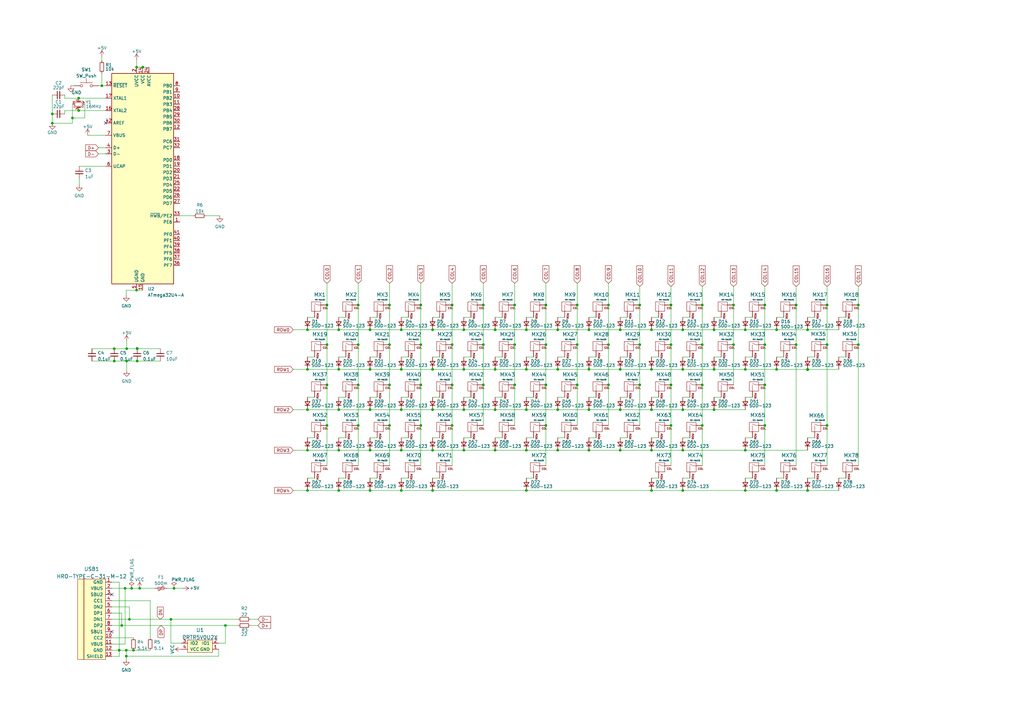
<source format=kicad_sch>
(kicad_sch (version 20211123) (generator eeschema)
  (paper "A3")
  (junction (at 352.044 125.095))
  (junction (at 164.592 168.021))
  (junction (at 254.381 184.658))
  (junction (at 159.766 157.861))
  (junction (at 228.727 184.658))
  (junction (at 339.217 174.498))
  (junction (at 262.382 125.095))
  (junction (at 254.381 151.511))
  (junction (at 134.112 125.095))
  (junction (at 172.593 141.351))
  (junction (at 313.69 174.498))
  (junction (at 92.456 256.54))
  (junction (at 46.863 148.082))
  (junction (at 126.111 151.511))
  (junction (at 51.943 143.002))
  (junction (at 190.246 168.021))
  (junction (at 21.463 50.546))
  (junction (at 56.007 27.559))
  (junction (at 241.554 151.511))
  (junction (at 126.111 184.658))
  (junction (at 241.554 135.255))
  (junction (at 51.943 148.082))
  (junction (at 190.246 151.511))
  (junction (at 275.209 125.095))
  (junction (at 21.463 46.736))
  (junction (at 177.419 184.658))
  (junction (at 280.035 184.658))
  (junction (at 185.42 157.861))
  (junction (at 249.555 125.095))
  (junction (at 151.765 184.658))
  (junction (at 134.112 157.861))
  (junction (at 134.112 174.498))
  (junction (at 223.901 141.351))
  (junction (at 300.863 125.095))
  (junction (at 288.036 125.095))
  (junction (at 305.689 184.658))
  (junction (at 51.816 269.113))
  (junction (at 267.208 135.255))
  (junction (at 177.419 151.511))
  (junction (at 138.938 168.021))
  (junction (at 48.895 266.7))
  (junction (at 53.975 241.3))
  (junction (at 177.419 168.021))
  (junction (at 126.111 135.255))
  (junction (at 138.938 151.511))
  (junction (at 292.862 135.255))
  (junction (at 177.419 201.168))
  (junction (at 185.42 125.095))
  (junction (at 280.035 168.021))
  (junction (at 228.727 135.255))
  (junction (at 41.783 35.179))
  (junction (at 159.766 125.095))
  (junction (at 190.246 135.255))
  (junction (at 146.939 125.095))
  (junction (at 241.554 184.658))
  (junction (at 185.42 174.498))
  (junction (at 331.216 151.511))
  (junction (at 56.261 148.082))
  (junction (at 32.258 45.339))
  (junction (at 57.277 241.3))
  (junction (at 292.862 151.511))
  (junction (at 71.374 241.3))
  (junction (at 151.765 151.511))
  (junction (at 254.381 135.255))
  (junction (at 339.217 141.351))
  (junction (at 223.901 174.498))
  (junction (at 236.728 125.095))
  (junction (at 228.727 168.021))
  (junction (at 151.765 168.021))
  (junction (at 318.516 201.168))
  (junction (at 56.261 143.002))
  (junction (at 70.104 254))
  (junction (at 267.208 168.021))
  (junction (at 203.073 135.255))
  (junction (at 275.209 157.861))
  (junction (at 185.42 141.351))
  (junction (at 126.111 168.021))
  (junction (at 305.689 135.255))
  (junction (at 138.938 135.255))
  (junction (at 164.592 151.511))
  (junction (at 198.247 141.351))
  (junction (at 203.073 151.511))
  (junction (at 318.516 151.511))
  (junction (at 177.419 135.255))
  (junction (at 280.035 151.511))
  (junction (at 53.086 254))
  (junction (at 305.689 201.168))
  (junction (at 236.728 157.861))
  (junction (at 134.112 141.351))
  (junction (at 275.209 174.498))
  (junction (at 32.258 40.259))
  (junction (at 331.216 201.168))
  (junction (at 151.765 201.168))
  (junction (at 211.074 157.861))
  (junction (at 267.208 201.168))
  (junction (at 241.554 168.021))
  (junction (at 249.555 141.351))
  (junction (at 164.592 201.168))
  (junction (at 164.592 184.658))
  (junction (at 190.246 184.658))
  (junction (at 318.516 135.255))
  (junction (at 151.765 135.255))
  (junction (at 223.901 125.095))
  (junction (at 198.247 157.861))
  (junction (at 126.111 201.168))
  (junction (at 326.517 141.351))
  (junction (at 203.073 168.021))
  (junction (at 159.766 141.351))
  (junction (at 288.036 174.498))
  (junction (at 54.737 266.7))
  (junction (at 51.816 266.7))
  (junction (at 288.036 141.351))
  (junction (at 215.9 151.511))
  (junction (at 267.208 184.658))
  (junction (at 262.382 157.861))
  (junction (at 275.209 141.351))
  (junction (at 215.9 168.021))
  (junction (at 326.517 125.095))
  (junction (at 159.766 174.498))
  (junction (at 211.074 125.095))
  (junction (at 146.939 174.498))
  (junction (at 262.382 141.351))
  (junction (at 313.69 141.351))
  (junction (at 172.593 174.498))
  (junction (at 215.9 135.255))
  (junction (at 215.9 201.168))
  (junction (at 280.035 135.255))
  (junction (at 138.938 184.658))
  (junction (at 203.073 184.658))
  (junction (at 254.381 168.021))
  (junction (at 267.208 151.511))
  (junction (at 300.863 141.351))
  (junction (at 339.217 125.095))
  (junction (at 331.216 151.638))
  (junction (at 198.247 125.095))
  (junction (at 138.938 201.168))
  (junction (at 280.035 201.168))
  (junction (at 352.044 141.351))
  (junction (at 46.863 143.002))
  (junction (at 29.718 48.387))
  (junction (at 172.593 125.095))
  (junction (at 56.007 118.999))
  (junction (at 164.592 135.255))
  (junction (at 56.261 142.875))
  (junction (at 331.216 135.255))
  (junction (at 58.547 27.559))
  (junction (at 313.69 157.861))
  (junction (at 236.728 141.351))
  (junction (at 292.862 168.021))
  (junction (at 49.911 256.54))
  (junction (at 215.9 184.658))
  (junction (at 172.593 157.861))
  (junction (at 211.074 141.351))
  (junction (at 223.901 157.861))
  (junction (at 305.689 151.511))
  (junction (at 228.727 151.511))
  (junction (at 51.308 241.3))
  (junction (at 146.939 141.351))
  (junction (at 313.69 125.095))
  (junction (at 146.939 157.861))
  (junction (at 288.036 157.861))
  (junction (at 249.555 157.861))
  (no_connect (at 45.847 259.08))
  (no_connect (at 45.847 243.84))
  (no_connect (at 43.307 50.419))
  (wire (pts (xy 126.111 168.021) (xy 138.938 168.021)))
  (wire (pts (xy 267.208 184.658) (xy 280.035 184.658)))
  (wire (pts (xy 223.901 125.095) (xy 223.901 141.351)))
  (wire (pts (xy 56.261 143.002) (xy 56.261 142.875)))
  (wire (pts (xy 262.382 125.095) (xy 262.382 141.351)))
  (wire (pts (xy 151.765 130.175) (xy 154.686 130.175)))
  (wire (pts (xy 339.217 174.498) (xy 339.217 191.008)))
  (wire (pts (xy 151.765 168.021) (xy 164.592 168.021)))
  (wire (pts (xy 288.036 141.351) (xy 288.036 157.861)))
  (wire (pts (xy 318.516 146.431) (xy 321.437 146.431)))
  (wire (pts (xy 172.593 125.095) (xy 172.593 141.351)))
  (wire (pts (xy 146.939 116.205) (xy 146.939 125.095)))
  (wire (pts (xy 215.9 135.255) (xy 228.727 135.255)))
  (wire (pts (xy 198.247 116.205) (xy 198.247 125.095)))
  (wire (pts (xy 70.104 254) (xy 97.663 254)))
  (wire (pts (xy 51.816 269.113) (xy 89.662 269.113)))
  (wire (pts (xy 40.386 63.119) (xy 43.307 63.119)))
  (wire (pts (xy 138.938 130.175) (xy 141.859 130.175)))
  (wire (pts (xy 275.209 117.475) (xy 275.209 125.095)))
  (wire (pts (xy 344.043 196.088) (xy 346.964 196.088)))
  (wire (pts (xy 241.554 162.941) (xy 244.475 162.941)))
  (wire (pts (xy 185.42 116.205) (xy 185.42 125.095)))
  (wire (pts (xy 305.689 151.511) (xy 318.516 151.511)))
  (wire (pts (xy 51.308 241.3) (xy 53.975 241.3)))
  (wire (pts (xy 120.269 135.255) (xy 126.111 135.255)))
  (wire (pts (xy 29.718 48.387) (xy 29.718 50.546)))
  (wire (pts (xy 120.269 201.168) (xy 126.111 201.168)))
  (wire (pts (xy 51.943 148.082) (xy 56.261 148.082)))
  (wire (pts (xy 45.847 238.76) (xy 48.895 238.76)))
  (wire (pts (xy 41.783 23.241) (xy 41.783 24.892)))
  (wire (pts (xy 56.261 143.002) (xy 65.786 143.002)))
  (wire (pts (xy 344.043 130.175) (xy 346.964 130.175)))
  (wire (pts (xy 46.863 143.002) (xy 51.943 143.002)))
  (wire (pts (xy 215.9 196.088) (xy 218.821 196.088)))
  (wire (pts (xy 32.512 73.279) (xy 32.512 75.819)))
  (wire (pts (xy 228.727 135.255) (xy 241.554 135.255)))
  (wire (pts (xy 215.9 146.431) (xy 218.821 146.431)))
  (wire (pts (xy 164.592 135.255) (xy 177.419 135.255)))
  (wire (pts (xy 280.035 151.511) (xy 292.862 151.511)))
  (wire (pts (xy 172.593 174.498) (xy 172.593 191.008)))
  (wire (pts (xy 292.862 146.431) (xy 295.783 146.431)))
  (wire (pts (xy 228.727 146.431) (xy 231.648 146.431)))
  (wire (pts (xy 164.592 179.578) (xy 167.513 179.578)))
  (wire (pts (xy 305.689 146.431) (xy 308.61 146.431)))
  (wire (pts (xy 203.073 151.511) (xy 215.9 151.511)))
  (wire (pts (xy 203.073 184.658) (xy 215.9 184.658)))
  (wire (pts (xy 326.517 117.475) (xy 326.517 125.095)))
  (wire (pts (xy 249.555 157.861) (xy 249.555 174.498)))
  (wire (pts (xy 45.847 256.54) (xy 49.911 256.54)))
  (wire (pts (xy 177.419 151.511) (xy 190.246 151.511)))
  (wire (pts (xy 275.209 157.861) (xy 275.209 174.498)))
  (wire (pts (xy 331.216 196.088) (xy 334.137 196.088)))
  (wire (pts (xy 267.208 168.021) (xy 280.035 168.021)))
  (wire (pts (xy 305.689 162.941) (xy 308.61 162.941)))
  (wire (pts (xy 74.422 263.779) (xy 70.104 263.779)))
  (wire (pts (xy 146.939 157.861) (xy 146.939 174.498)))
  (wire (pts (xy 339.217 141.351) (xy 339.217 174.498)))
  (wire (pts (xy 352.044 141.351) (xy 352.044 191.008)))
  (wire (pts (xy 51.943 143.002) (xy 56.261 143.002)))
  (wire (pts (xy 288.036 174.498) (xy 288.036 191.008)))
  (wire (pts (xy 241.554 151.511) (xy 254.381 151.511)))
  (wire (pts (xy 138.938 179.578) (xy 141.859 179.578)))
  (wire (pts (xy 203.073 135.255) (xy 215.9 135.255)))
  (wire (pts (xy 326.517 141.351) (xy 326.517 191.008)))
  (wire (pts (xy 138.938 184.658) (xy 151.765 184.658)))
  (wire (pts (xy 305.689 196.088) (xy 308.61 196.088)))
  (wire (pts (xy 313.69 157.861) (xy 313.69 174.498)))
  (wire (pts (xy 49.911 256.54) (xy 92.456 256.54)))
  (wire (pts (xy 48.895 269.24) (xy 48.895 266.7)))
  (wire (pts (xy 215.9 184.658) (xy 228.727 184.658)))
  (wire (pts (xy 32.258 40.259) (xy 26.543 40.259)))
  (wire (pts (xy 352.044 117.475) (xy 352.044 125.095)))
  (wire (pts (xy 126.111 184.658) (xy 138.938 184.658)))
  (wire (pts (xy 236.728 157.861) (xy 236.728 174.498)))
  (wire (pts (xy 267.208 162.941) (xy 270.129 162.941)))
  (wire (pts (xy 288.036 117.475) (xy 288.036 125.095)))
  (wire (pts (xy 267.208 135.255) (xy 280.035 135.255)))
  (wire (pts (xy 21.463 46.736) (xy 21.463 50.546)))
  (wire (pts (xy 45.847 251.46) (xy 49.911 251.46)))
  (wire (pts (xy 177.419 168.021) (xy 190.246 168.021)))
  (wire (pts (xy 267.208 130.175) (xy 270.129 130.175)))
  (wire (pts (xy 70.104 263.779) (xy 70.104 254)))
  (wire (pts (xy 254.381 146.431) (xy 257.302 146.431)))
  (wire (pts (xy 48.895 266.7) (xy 48.895 238.76)))
  (wire (pts (xy 51.308 264.16) (xy 51.308 241.3)))
  (wire (pts (xy 241.554 184.658) (xy 254.381 184.658)))
  (wire (pts (xy 58.547 27.559) (xy 61.087 27.559)))
  (wire (pts (xy 331.216 151.511) (xy 331.216 151.638)))
  (wire (pts (xy 190.246 168.021) (xy 203.073 168.021)))
  (wire (pts (xy 45.847 254) (xy 53.086 254)))
  (wire (pts (xy 280.035 179.578) (xy 282.956 179.578)))
  (wire (pts (xy 267.208 146.431) (xy 270.129 146.431)))
  (wire (pts (xy 280.035 162.941) (xy 282.956 162.941)))
  (wire (pts (xy 102.743 256.54) (xy 105.791 256.54)))
  (wire (pts (xy 331.216 146.431) (xy 334.137 146.431)))
  (wire (pts (xy 198.247 157.861) (xy 198.247 174.498)))
  (wire (pts (xy 151.765 201.168) (xy 164.592 201.168)))
  (wire (pts (xy 223.901 141.351) (xy 223.901 157.861)))
  (wire (pts (xy 198.247 125.095) (xy 198.247 141.351)))
  (wire (pts (xy 280.035 196.088) (xy 282.956 196.088)))
  (wire (pts (xy 34.798 48.387) (xy 29.718 48.387)))
  (wire (pts (xy 236.728 141.351) (xy 236.728 157.861)))
  (wire (pts (xy 134.112 141.351) (xy 134.112 157.861)))
  (wire (pts (xy 37.719 143.002) (xy 46.863 143.002)))
  (wire (pts (xy 331.216 130.175) (xy 334.137 130.175)))
  (wire (pts (xy 51.816 266.7) (xy 54.737 266.7)))
  (wire (pts (xy 32.258 45.339) (xy 43.307 45.339)))
  (wire (pts (xy 190.246 162.941) (xy 193.167 162.941)))
  (wire (pts (xy 190.246 135.255) (xy 203.073 135.255)))
  (wire (pts (xy 305.689 135.255) (xy 318.516 135.255)))
  (wire (pts (xy 254.381 135.255) (xy 267.208 135.255)))
  (wire (pts (xy 56.007 118.999) (xy 58.547 118.999)))
  (wire (pts (xy 126.111 179.578) (xy 129.032 179.578)))
  (wire (pts (xy 339.217 117.475) (xy 339.217 125.095)))
  (wire (pts (xy 275.209 125.095) (xy 275.209 141.351)))
  (wire (pts (xy 280.035 130.175) (xy 282.956 130.175)))
  (wire (pts (xy 215.9 130.175) (xy 218.821 130.175)))
  (wire (pts (xy 185.42 174.498) (xy 185.42 191.008)))
  (wire (pts (xy 262.382 141.351) (xy 262.382 157.861)))
  (wire (pts (xy 164.592 151.511) (xy 177.419 151.511)))
  (wire (pts (xy 280.035 135.255) (xy 292.862 135.255)))
  (wire (pts (xy 228.727 162.941) (xy 231.648 162.941)))
  (wire (pts (xy 41.783 29.972) (xy 41.783 35.179)))
  (wire (pts (xy 164.592 196.088) (xy 167.513 196.088)))
  (wire (pts (xy 138.938 196.088) (xy 141.859 196.088)))
  (wire (pts (xy 280.035 201.168) (xy 305.689 201.168)))
  (wire (pts (xy 177.419 201.168) (xy 215.9 201.168)))
  (wire (pts (xy 203.073 162.941) (xy 205.994 162.941)))
  (wire (pts (xy 172.593 116.205) (xy 172.593 125.095)))
  (wire (pts (xy 313.69 174.498) (xy 313.69 191.008)))
  (wire (pts (xy 275.209 174.498) (xy 275.209 191.008)))
  (wire (pts (xy 34.798 42.799) (xy 34.798 48.387)))
  (wire (pts (xy 288.036 125.095) (xy 288.036 141.351)))
  (wire (pts (xy 267.208 151.511) (xy 280.035 151.511)))
  (wire (pts (xy 352.044 125.095) (xy 352.044 141.351)))
  (wire (pts (xy 45.847 266.7) (xy 48.895 266.7)))
  (wire (pts (xy 32.512 68.199) (xy 43.307 68.199)))
  (wire (pts (xy 177.419 179.578) (xy 180.34 179.578)))
  (wire (pts (xy 228.727 179.578) (xy 231.648 179.578)))
  (wire (pts (xy 313.69 117.475) (xy 313.69 125.095)))
  (wire (pts (xy 300.863 141.351) (xy 300.863 157.861)))
  (wire (pts (xy 29.718 50.546) (xy 21.463 50.546)))
  (wire (pts (xy 126.111 162.941) (xy 129.032 162.941)))
  (wire (pts (xy 305.689 184.658) (xy 331.216 184.658)))
  (wire (pts (xy 151.765 151.511) (xy 164.592 151.511)))
  (wire (pts (xy 51.816 269.113) (xy 51.816 270.383)))
  (wire (pts (xy 292.862 151.511) (xy 305.689 151.511)))
  (wire (pts (xy 318.516 130.175) (xy 321.437 130.175)))
  (wire (pts (xy 53.086 248.92) (xy 53.086 254)))
  (wire (pts (xy 254.381 130.175) (xy 257.302 130.175)))
  (wire (pts (xy 159.766 141.351) (xy 159.766 157.861)))
  (wire (pts (xy 56.007 24.638) (xy 56.007 27.559)))
  (wire (pts (xy 164.592 146.431) (xy 167.513 146.431)))
  (wire (pts (xy 223.901 116.205) (xy 223.901 125.095)))
  (wire (pts (xy 267.208 201.168) (xy 280.035 201.168)))
  (wire (pts (xy 71.374 241.3) (xy 74.93 241.3)))
  (wire (pts (xy 223.901 157.861) (xy 223.901 174.498)))
  (wire (pts (xy 267.208 179.578) (xy 270.129 179.578)))
  (wire (pts (xy 53.975 241.3) (xy 57.277 241.3)))
  (wire (pts (xy 126.111 151.511) (xy 138.938 151.511)))
  (wire (pts (xy 300.863 117.475) (xy 300.863 125.095)))
  (wire (pts (xy 40.513 35.179) (xy 41.783 35.179)))
  (wire (pts (xy 92.456 263.779) (xy 92.456 256.54)))
  (wire (pts (xy 280.035 146.431) (xy 282.956 146.431)))
  (wire (pts (xy 164.592 201.168) (xy 177.419 201.168)))
  (wire (pts (xy 172.593 157.861) (xy 172.593 174.498)))
  (wire (pts (xy 254.381 184.658) (xy 267.208 184.658)))
  (wire (pts (xy 45.847 248.92) (xy 53.086 248.92)))
  (wire (pts (xy 177.419 184.658) (xy 190.246 184.658)))
  (wire (pts (xy 32.258 40.259) (xy 43.307 40.259)))
  (wire (pts (xy 32.258 45.339) (xy 26.543 45.339)))
  (wire (pts (xy 267.208 196.088) (xy 270.129 196.088)))
  (wire (pts (xy 56.261 148.082) (xy 65.786 148.082)))
  (wire (pts (xy 185.42 141.351) (xy 185.42 157.861)))
  (wire (pts (xy 241.554 135.255) (xy 254.381 135.255)))
  (wire (pts (xy 339.217 125.095) (xy 339.217 141.351)))
  (wire (pts (xy 138.938 168.021) (xy 151.765 168.021)))
  (wire (pts (xy 51.816 118.999) (xy 51.816 121.031)))
  (wire (pts (xy 146.939 174.498) (xy 146.939 191.008)))
  (wire (pts (xy 126.111 130.175) (xy 129.032 130.175)))
  (wire (pts (xy 138.938 151.511) (xy 151.765 151.511)))
  (wire (pts (xy 126.111 135.255) (xy 138.938 135.255)))
  (wire (pts (xy 211.074 141.351) (xy 211.074 157.861)))
  (wire (pts (xy 177.419 130.175) (xy 180.34 130.175)))
  (wire (pts (xy 344.043 151.511) (xy 331.216 151.511)))
  (wire (pts (xy 249.555 125.095) (xy 249.555 141.351)))
  (wire (pts (xy 215.9 162.941) (xy 218.821 162.941)))
  (wire (pts (xy 203.073 179.578) (xy 205.994 179.578)))
  (wire (pts (xy 254.381 168.021) (xy 267.208 168.021)))
  (wire (pts (xy 73.787 88.519) (xy 79.375 88.519)))
  (wire (pts (xy 177.419 162.941) (xy 180.34 162.941)))
  (wire (pts (xy 26.543 45.339) (xy 26.543 46.736)))
  (wire (pts (xy 41.783 35.179) (xy 43.307 35.179)))
  (wire (pts (xy 203.073 146.431) (xy 205.994 146.431)))
  (wire (pts (xy 35.941 55.499) (xy 43.307 55.499)))
  (wire (pts (xy 241.554 179.578) (xy 244.475 179.578)))
  (wire (pts (xy 190.246 151.511) (xy 203.073 151.511)))
  (wire (pts (xy 48.895 266.7) (xy 51.816 266.7)))
  (wire (pts (xy 126.111 146.431) (xy 129.032 146.431)))
  (wire (pts (xy 300.863 125.095) (xy 300.863 141.351)))
  (wire (pts (xy 51.308 241.3) (xy 45.847 241.3)))
  (wire (pts (xy 190.246 130.175) (xy 193.167 130.175)))
  (wire (pts (xy 56.007 27.559) (xy 58.547 27.559)))
  (wire (pts (xy 249.555 116.205) (xy 249.555 125.095)))
  (wire (pts (xy 68.58 241.3) (xy 71.374 241.3)))
  (wire (pts (xy 146.939 125.095) (xy 146.939 141.351)))
  (wire (pts (xy 305.689 201.168) (xy 318.516 201.168)))
  (wire (pts (xy 228.727 130.175) (xy 231.648 130.175)))
  (wire (pts (xy 211.074 157.861) (xy 211.074 174.498)))
  (wire (pts (xy 198.247 141.351) (xy 198.247 157.861)))
  (wire (pts (xy 134.112 116.205) (xy 134.112 125.095)))
  (wire (pts (xy 292.862 168.021) (xy 305.689 168.021)))
  (wire (pts (xy 51.816 266.7) (xy 51.816 269.113)))
  (wire (pts (xy 280.035 168.021) (xy 292.862 168.021)))
  (wire (pts (xy 215.9 168.021) (xy 228.727 168.021)))
  (wire (pts (xy 164.592 130.175) (xy 167.513 130.175)))
  (wire (pts (xy 313.69 141.351) (xy 313.69 157.861)))
  (wire (pts (xy 45.847 261.62) (xy 54.737 261.62)))
  (wire (pts (xy 46.863 148.082) (xy 51.943 148.082)))
  (wire (pts (xy 203.073 168.021) (xy 215.9 168.021)))
  (wire (pts (xy 51.943 148.082) (xy 51.943 151.892)))
  (wire (pts (xy 126.111 201.168) (xy 138.938 201.168)))
  (wire (pts (xy 185.42 157.861) (xy 185.42 174.498)))
  (wire (pts (xy 29.718 42.799) (xy 29.718 48.387)))
  (wire (pts (xy 215.9 151.511) (xy 228.727 151.511)))
  (wire (pts (xy 190.246 146.431) (xy 193.167 146.431)))
  (wire (pts (xy 151.765 162.941) (xy 154.686 162.941)))
  (wire (pts (xy 211.074 116.205) (xy 211.074 125.095)))
  (wire (pts (xy 164.592 168.021) (xy 177.419 168.021)))
  (wire (pts (xy 102.743 254) (xy 105.791 254)))
  (wire (pts (xy 211.074 125.095) (xy 211.074 141.351)))
  (wire (pts (xy 305.689 130.175) (xy 308.61 130.175)))
  (wire (pts (xy 254.381 162.941) (xy 257.302 162.941)))
  (wire (pts (xy 134.112 125.095) (xy 134.112 141.351)))
  (wire (pts (xy 40.386 60.579) (xy 43.307 60.579)))
  (wire (pts (xy 84.455 88.519) (xy 90.17 88.519)))
  (wire (pts (xy 313.69 125.095) (xy 313.69 141.351)))
  (wire (pts (xy 228.727 168.021) (xy 241.554 168.021)))
  (wire (pts (xy 138.938 135.255) (xy 151.765 135.255)))
  (wire (pts (xy 318.516 135.255) (xy 331.216 135.255)))
  (wire (pts (xy 120.269 151.511) (xy 126.111 151.511)))
  (wire (pts (xy 57.277 241.3) (xy 63.5 241.3)))
  (wire (pts (xy 177.419 146.431) (xy 180.34 146.431)))
  (wire (pts (xy 236.728 125.095) (xy 236.728 141.351)))
  (wire (pts (xy 45.847 269.24) (xy 48.895 269.24)))
  (wire (pts (xy 236.728 116.205) (xy 236.728 125.095)))
  (wire (pts (xy 151.765 179.578) (xy 154.686 179.578)))
  (wire (pts (xy 151.765 146.431) (xy 154.686 146.431)))
  (wire (pts (xy 228.727 151.511) (xy 241.554 151.511)))
  (wire (pts (xy 146.939 141.351) (xy 146.939 157.861)))
  (wire (pts (xy 318.516 196.088) (xy 321.437 196.088)))
  (wire (pts (xy 151.765 196.088) (xy 154.686 196.088)))
  (wire (pts (xy 280.035 184.658) (xy 305.689 184.658)))
  (wire (pts (xy 318.516 201.168) (xy 331.216 201.168)))
  (wire (pts (xy 203.073 130.175) (xy 205.994 130.175)))
  (wire (pts (xy 92.456 256.54) (xy 97.663 256.54)))
  (wire (pts (xy 262.382 117.475) (xy 262.382 125.095)))
  (wire (pts (xy 190.246 179.578) (xy 193.167 179.578)))
  (wire (pts (xy 61.595 246.38) (xy 61.595 261.62)))
  (wire (pts (xy 228.727 184.658) (xy 241.554 184.658)))
  (wire (pts (xy 164.592 184.658) (xy 177.419 184.658)))
  (wire (pts (xy 138.938 146.431) (xy 141.859 146.431)))
  (wire (pts (xy 45.847 246.38) (xy 61.595 246.38)))
  (wire (pts (xy 120.269 168.021) (xy 126.111 168.021)))
  (wire (pts (xy 54.737 266.7) (xy 61.595 266.7)))
  (wire (pts (xy 305.689 179.578) (xy 308.61 179.578)))
  (wire (pts (xy 241.554 146.431) (xy 244.475 146.431)))
  (wire (pts (xy 318.516 151.511) (xy 331.216 151.511)))
  (wire (pts (xy 26.543 40.259) (xy 26.543 38.989)))
  (wire (pts (xy 215.9 179.578) (xy 218.821 179.578)))
  (wire (pts (xy 177.419 196.088) (xy 180.34 196.088)))
  (wire (pts (xy 159.766 157.861) (xy 159.766 174.498)))
  (wire (pts (xy 159.766 174.498) (xy 159.766 191.008)))
  (wire (pts (xy 249.555 141.351) (xy 249.555 157.861)))
  (wire (pts (xy 190.246 184.658) (xy 203.073 184.658)))
  (wire (pts (xy 159.766 125.095) (xy 159.766 141.351)))
  (wire (pts (xy 292.862 130.175) (xy 295.783 130.175)))
  (wire (pts (xy 159.766 116.205) (xy 159.766 125.095)))
  (wire (pts (xy 254.381 179.578) (xy 257.302 179.578)))
  (wire (pts (xy 331.216 179.578) (xy 334.137 179.578)))
  (wire (pts (xy 177.419 135.255) (xy 190.246 135.255)))
  (wire (pts (xy 326.517 125.095) (xy 326.517 141.351)))
  (wire (pts (xy 292.862 135.255) (xy 305.689 135.255)))
  (wire (pts (xy 275.209 141.351) (xy 275.209 157.861)))
  (wire (pts (xy 45.847 264.16) (xy 51.308 264.16)))
  (wire (pts (xy 288.036 157.861) (xy 288.036 174.498)))
  (wire (pts (xy 89.662 266.319) (xy 89.662 269.113)))
  (wire (pts (xy 185.42 125.095) (xy 185.42 141.351)))
  (wire (pts (xy 172.593 141.351) (xy 172.593 157.861)))
  (wire (pts (xy 120.269 184.658) (xy 126.111 184.658)))
  (wire (pts (xy 37.719 148.082) (xy 46.863 148.082)))
  (wire (pts (xy 331.216 135.255) (xy 344.043 135.255)))
  (wire (pts (xy 53.086 254) (xy 70.104 254)))
  (wire (pts (xy 215.9 201.168) (xy 267.208 201.168)))
  (wire (pts (xy 134.112 174.498) (xy 134.112 191.008)))
  (wire (pts (xy 262.382 157.861) (xy 262.382 174.498)))
  (wire (pts (xy 241.554 130.175) (xy 244.475 130.175)))
  (wire (pts (xy 138.938 201.168) (xy 151.765 201.168)))
  (wire (pts (xy 151.765 184.658) (xy 164.592 184.658)))
  (wire (pts (xy 241.554 168.021) (xy 254.381 168.021)))
  (wire (pts (xy 331.216 201.168) (xy 344.043 201.168)))
  (wire (pts (xy 344.043 146.431) (xy 346.964 146.431)))
  (wire (pts (xy 21.463 38.989) (xy 21.463 46.736)))
  (wire (pts (xy 138.938 162.941) (xy 141.859 162.941)))
  (wire (pts (xy 56.007 118.999) (xy 51.816 118.999)))
  (wire (pts (xy 49.911 251.46) (xy 49.911 256.54)))
  (wire (pts (xy 89.662 263.779) (xy 92.456 263.779)))
  (wire (pts (xy 151.765 135.255) (xy 164.592 135.255)))
  (wire (pts (xy 254.381 151.511) (xy 267.208 151.511)))
  (wire (pts (xy 223.901 174.498) (xy 223.901 191.008)))
  (wire (pts (xy 164.592 162.941) (xy 167.513 162.941)))
  (wire (pts (xy 51.943 140.081) (xy 51.943 143.002)))
  (wire (pts (xy 29.083 35.179) (xy 30.353 35.179)))
  (wire (pts (xy 134.112 157.861) (xy 134.112 174.498)))
  (wire (pts (xy 292.862 162.941) (xy 295.783 162.941)))
  (wire (pts (xy 126.111 196.088) (xy 129.032 196.088)))
  (global_label "COL7" (shape input) (at 223.901 116.205 90) (property "Intersheet References" "${INTERSHEET_REFS}" (effects hide)))
  (global_label "COL0" (shape input) (at 134.112 116.205 90) (property "Intersheet References" "${INTERSHEET_REFS}" (effects hide)))
  (global_label "ROW0" (shape input) (at 120.269 135.255 180) (property "Intersheet References" "${INTERSHEET_REFS}" (effects hide)))
  (global_label "ROW2" (shape input) (at 120.269 168.021 180) (property "Intersheet References" "${INTERSHEET_REFS}" (effects hide)))
  (global_label "COL1" (shape input) (at 146.939 116.205 90) (property "Intersheet References" "${INTERSHEET_REFS}" (effects hide)))
  (global_label "COL12" (shape input) (at 288.036 117.475 90) (property "Intersheet References" "${INTERSHEET_REFS}" (effects hide)))
  (global_label "COL13" (shape input) (at 300.863 117.475 90) (property "Intersheet References" "${INTERSHEET_REFS}" (effects hide)))
  (global_label "COL2" (shape input) (at 159.766 116.205 90) (property "Intersheet References" "${INTERSHEET_REFS}" (effects hide)))
  (global_label "COL15" (shape input) (at 326.517 117.475 90) (property "Intersheet References" "${INTERSHEET_REFS}" (effects hide)))
  (global_label "ROW3" (shape input) (at 120.269 184.658 180) (property "Intersheet References" "${INTERSHEET_REFS}" (effects hide)))
  (global_label "ROW1" (shape input) (at 120.269 151.511 180) (property "Intersheet References" "${INTERSHEET_REFS}" (effects hide)))
  (global_label "D-" (shape input) (at 40.386 63.119 180) (property "Intersheet References" "${INTERSHEET_REFS}" (effects hide)))
  (global_label "D+" (shape input) (at 40.386 60.579 180) (property "Intersheet References" "${INTERSHEET_REFS}" (effects hide)))
  (global_label "COL6" (shape input) (at 211.074 116.205 90) (property "Intersheet References" "${INTERSHEET_REFS}" (effects hide)))
  (global_label "D-" (shape input) (at 105.791 254 0) (property "Intersheet References" "${INTERSHEET_REFS}" (effects hide)))
  (global_label "COL5" (shape input) (at 198.247 116.205 90) (property "Intersheet References" "${INTERSHEET_REFS}" (effects hide)))
  (global_label "DN" (shape input) (at 65.786 254 90) (property "Intersheet References" "${INTERSHEET_REFS}" (effects hide)))
  (global_label "COL16" (shape input) (at 339.217 117.475 90) (property "Intersheet References" "${INTERSHEET_REFS}" (effects hide)))
  (global_label "COL14" (shape input) (at 313.69 117.475 90) (property "Intersheet References" "${INTERSHEET_REFS}" (effects hide)))
  (global_label "DP" (shape input) (at 66.04 256.54 270) (property "Intersheet References" "${INTERSHEET_REFS}" (effects hide)))
  (global_label "ROW4" (shape input) (at 120.269 201.168 180) (property "Intersheet References" "${INTERSHEET_REFS}" (effects hide)))
  (global_label "COL17" (shape input) (at 352.044 117.475 90) (property "Intersheet References" "${INTERSHEET_REFS}" (effects hide)))
  (global_label "COL11" (shape input) (at 275.209 117.475 90) (property "Intersheet References" "${INTERSHEET_REFS}" (effects hide)))
  (global_label "COL9" (shape input) (at 249.555 116.205 90) (property "Intersheet References" "${INTERSHEET_REFS}" (effects hide)))
  (global_label "COL4" (shape input) (at 185.42 116.205 90) (property "Intersheet References" "${INTERSHEET_REFS}" (effects hide)))
  (global_label "COL8" (shape input) (at 236.728 116.205 90) (property "Intersheet References" "${INTERSHEET_REFS}" (effects hide)))
  (global_label "COL10" (shape input) (at 262.382 117.475 90) (property "Intersheet References" "${INTERSHEET_REFS}" (effects hide)))
  (global_label "COL3" (shape input) (at 172.593 116.205 90) (property "Intersheet References" "${INTERSHEET_REFS}" (effects hide)))
  (global_label "D+" (shape input) (at 105.791 256.54 0) (property "Intersheet References" "${INTERSHEET_REFS}" (effects hide)))
  (symbol (lib_id "MX_Alps_Hybrid:MX-NoLED") (at 322.707 126.365 0) (unit 1)
    (property "Reference" "MX16" (at 323.5926 120.8733 0) (effects (font (size 1.524 1.524))))
    (property "Value" "MX-NoLED" (at 323.5926 122.9535 0) (effects (font (size 0.508 0.508))))
    (property "Footprint" "MX_Alps_Hybrid:MX-2U-NoLED" (effects hide))
  )
  (symbol (lib_id "Device:D_Small") (at 190.246 182.118 90) (unit 1)
    (property "Reference" "D57" (at 192.024 181.2833 90) (effects (justify right)))
    (property "Value" "SOD-123" (at 191.77 183.007 90) (effects (justify right)))
    (property "Footprint" "Diode_SMD:D_SOD-123" (effects hide))
  )
  (symbol (lib_id "Device:D_Small") (at 164.592 165.481 90) (unit 1)
    (property "Reference" "D40" (at 166.37 164.6463 90) (effects (justify right)))
    (property "Value" "SOD-123" (at 166.116 166.37 90) (effects (justify right)))
    (property "Footprint" "Diode_SMD:D_SOD-123" (effects hide))
  )
  (symbol (lib_id "MX_Alps_Hybrid:MX-NoLED") (at 297.053 142.621 0) (unit 1)
    (property "Reference" "MX32" (at 297.9386 137.1293 0) (effects (font (size 1.524 1.524))))
    (property "Value" "MX-NoLED" (at 297.9386 139.2095 0) (effects (font (size 0.508 0.508))))
    (property "Footprint" "MX_Alps_Hybrid:MX-1U-NoLED" (effects hide))
  )
  (symbol (lib_id "Device:R_Small") (at 41.783 27.432 0) (unit 1)
    (property "Reference" "R1" (at 43.2816 26.5973 0) (effects (justify left)))
    (property "Value" "10k" (at 43.18 28.321 0) (effects (justify left)))
    (property "Footprint" "Resistor_SMD:R_0805_2012Metric" (effects hide))
  )
  (symbol (lib_id "Device:D_Small") (at 190.246 148.971 90) (unit 1)
    (property "Reference" "D24" (at 192.024 148.1363 90) (effects (justify right)))
    (property "Value" "SOD-123" (at 191.77 149.86 90) (effects (justify right)))
    (property "Footprint" "Diode_SMD:D_SOD-123" (effects hide))
  )
  (symbol (lib_id "MX_Alps_Hybrid:MX-NoLED") (at 284.226 126.365 0) (unit 1)
    (property "Reference" "MX13" (at 285.1116 120.8733 0) (effects (font (size 1.524 1.524))))
    (property "Value" "MX-NoLED" (at 285.1116 122.9535 0) (effects (font (size 0.508 0.508))))
    (property "Footprint" "MX_Alps_Hybrid:MX-1U-NoLED" (effects hide))
  )
  (symbol (lib_id "MX_Alps_Hybrid:MX-NoLED") (at 348.234 192.278 0) (unit 1)
    (property "Reference" "MX78" (at 349.1196 186.7863 0) (effects (font (size 1.524 1.524))))
    (property "Value" "MX-NoLED" (at 349.1196 188.8665 0) (effects (font (size 0.508 0.508))))
    (property "Footprint" "MX_Alps_Hybrid:MX-1U-NoLED" (effects hide))
  )
  (symbol (lib_id "Device:D_Small") (at 164.592 148.971 90) (unit 1)
    (property "Reference" "D22" (at 166.37 148.1363 90) (effects (justify right)))
    (property "Value" "SOD-123" (at 166.116 149.86 90) (effects (justify right)))
    (property "Footprint" "Diode_SMD:D_SOD-123" (effects hide))
  )
  (symbol (lib_id "Device:D_Small") (at 228.727 148.971 90) (unit 1)
    (property "Reference" "D27" (at 230.505 148.1363 90) (effects (justify right)))
    (property "Value" "SOD-123" (at 230.251 149.86 90) (effects (justify right)))
    (property "Footprint" "Diode_SMD:D_SOD-123" (effects hide))
  )
  (symbol (lib_id "MX_Alps_Hybrid:MX-NoLED") (at 143.129 159.131 0) (unit 1)
    (property "Reference" "MX38" (at 144.0146 153.6393 0) (effects (font (size 1.524 1.524))))
    (property "Value" "MX-NoLED" (at 144.0146 155.7195 0) (effects (font (size 0.508 0.508))))
    (property "Footprint" "MX_Alps_Hybrid:MX-1U-NoLED" (effects hide))
  )
  (symbol (lib_id "MX_Alps_Hybrid:MX-NoLED") (at 181.61 192.278 0) (unit 1)
    (property "Reference" "MX71" (at 182.4956 186.7863 0) (effects (font (size 1.524 1.524))))
    (property "Value" "MX-NoLED" (at 182.4956 188.8665 0) (effects (font (size 0.508 0.508))))
    (property "Footprint" "MX_Alps_Hybrid:MX-1.25U-NoLED" (effects hide))
  )
  (symbol (lib_id "Device:D_Small") (at 203.073 165.481 90) (unit 1)
    (property "Reference" "D43" (at 204.851 164.6463 90) (effects (justify right)))
    (property "Value" "SOD-123" (at 204.597 166.37 90) (effects (justify right)))
    (property "Footprint" "Diode_SMD:D_SOD-123" (effects hide))
  )
  (symbol (lib_id "Device:D_Small") (at 228.727 165.481 90) (unit 1)
    (property "Reference" "D45" (at 230.505 164.6463 90) (effects (justify right)))
    (property "Value" "SOD-123" (at 230.251 166.37 90) (effects (justify right)))
    (property "Footprint" "Diode_SMD:D_SOD-123" (effects hide))
  )
  (symbol (lib_id "Device:D_Small") (at 164.592 198.628 90) (unit 1)
    (property "Reference" "D70" (at 166.37 197.7933 90) (effects (justify right)))
    (property "Value" "SOD-123" (at 166.116 199.517 90) (effects (justify right)))
    (property "Footprint" "Diode_SMD:D_SOD-123" (effects hide))
  )
  (symbol (lib_id "Device:D_Small") (at 305.689 165.481 90) (unit 1)
    (property "Reference" "D51" (at 307.467 164.6463 90) (effects (justify right)))
    (property "Value" "SOD-123" (at 307.213 166.37 90) (effects (justify right)))
    (property "Footprint" "Diode_SMD:D_SOD-123" (effects hide))
  )
  (symbol (lib_id "MX_Alps_Hybrid:MX-NoLED") (at 348.234 126.365 0) (unit 1)
    (property "Reference" "MX18" (at 349.1196 120.8733 0) (effects (font (size 1.524 1.524))))
    (property "Value" "MX-NoLED" (at 349.1196 122.9535 0) (effects (font (size 0.508 0.508))))
    (property "Footprint" "MX_Alps_Hybrid:MX-1U-NoLED" (effects hide))
  )
  (symbol (lib_id "MX_Alps_Hybrid:MX-NoLED") (at 168.783 126.365 0) (unit 1)
    (property "Reference" "MX4" (at 169.6686 120.8733 0) (effects (font (size 1.524 1.524))))
    (property "Value" "MX-NoLED" (at 169.6686 122.9535 0) (effects (font (size 0.508 0.508))))
    (property "Footprint" "MX_Alps_Hybrid:MX-1U-NoLED" (effects hide))
  )
  (symbol (lib_id "MX_Alps_Hybrid:MX-NoLED") (at 245.745 142.621 0) (unit 1)
    (property "Reference" "MX28" (at 246.6306 137.1293 0) (effects (font (size 1.524 1.524))))
    (property "Value" "MX-NoLED" (at 246.6306 139.2095 0) (effects (font (size 0.508 0.508))))
    (property "Footprint" "MX_Alps_Hybrid:MX-1U-NoLED" (effects hide))
  )
  (symbol (lib_id "Device:R_Small") (at 54.737 264.16 0) (unit 1)
    (property "Reference" "R4" (at 56.2356 263.3253 0) (effects (justify left)))
    (property "Value" "5.1k" (at 56.2356 265.8622 0) (effects (justify left)))
    (property "Footprint" "Resistor_SMD:R_0805_2012Metric" (effects hide))
  )
  (symbol (lib_id "Device:D_Small") (at 241.554 132.715 90) (unit 1)
    (property "Reference" "D10" (at 243.332 131.8803 90) (effects (justify right)))
    (property "Value" "SOD-123" (at 243.078 133.604 90) (effects (justify right)))
    (property "Footprint" "Diode_SMD:D_SOD-123" (effects hide))
  )
  (symbol (lib_id "MX_Alps_Hybrid:MX-NoLED") (at 220.091 192.278 0) (unit 1)
    (property "Reference" "MX72" (at 220.9766 186.7863 0) (effects (font (size 1.524 1.524))))
    (property "Value" "MX-NoLED" (at 220.9766 188.8665 0) (effects (font (size 0.508 0.508))))
    (property "Footprint" "MX_Alps_Hybrid:MX-6.25U-ReversedStabilizers-NoLED" (effects hide))
  )
  (symbol (lib_id "MX_Alps_Hybrid:MX-NoLED") (at 168.783 159.131 0) (unit 1)
    (property "Reference" "MX40" (at 169.6686 153.6393 0) (effects (font (size 1.524 1.524))))
    (property "Value" "MX-NoLED" (at 169.6686 155.7195 0) (effects (font (size 0.508 0.508))))
    (property "Footprint" "MX_Alps_Hybrid:MX-1U-NoLED" (effects hide))
  )
  (symbol (lib_id "MX_Alps_Hybrid:MX-NoLED") (at 284.226 192.278 0) (unit 1)
    (property "Reference" "MX74" (at 285.1116 186.7863 0) (effects (font (size 1.524 1.524))))
    (property "Value" "MX-NoLED" (at 285.1116 188.8665 0) (effects (font (size 0.508 0.508))))
    (property "Footprint" "MX_Alps_Hybrid:MX-1.25U-NoLED" (effects hide))
  )
  (symbol (lib_id "MX_Alps_Hybrid:MX-NoLED") (at 207.264 175.768 0) (unit 1)
    (property "Reference" "MX58" (at 208.1496 170.2763 0) (effects (font (size 1.524 1.524))))
    (property "Value" "MX-NoLED" (at 208.1496 172.3565 0) (effects (font (size 0.508 0.508))))
    (property "Footprint" "MX_Alps_Hybrid:MX-1U-NoLED" (effects hide))
  )
  (symbol (lib_id "power:GND") (at 32.512 75.819 0) (unit 1)
    (property "Reference" "#PWR05" (effects hide))
    (property "Value" "GND" (at 32.512 80.2624 0))
  )
  (symbol (lib_id "Device:D_Small") (at 126.111 165.481 90) (unit 1)
    (property "Reference" "D37" (at 127.889 164.6463 90) (effects (justify right)))
    (property "Value" "SOD-123" (at 127.635 166.37 90) (effects (justify right)))
    (property "Footprint" "Diode_SMD:D_SOD-123" (effects hide))
  )
  (symbol (lib_id "MX_Alps_Hybrid:MX-NoLED") (at 297.053 159.131 0) (unit 1)
    (property "Reference" "MX50" (at 297.9386 153.6393 0) (effects (font (size 1.524 1.524))))
    (property "Value" "MX-NoLED" (at 297.9386 155.7195 0) (effects (font (size 0.508 0.508))))
    (property "Footprint" "MX_Alps_Hybrid:MX-1U-NoLED" (effects hide))
  )
  (symbol (lib_id "Device:D_Small") (at 177.419 165.481 90) (unit 1)
    (property "Reference" "D41" (at 179.197 164.6463 90) (effects (justify right)))
    (property "Value" "SOD-123" (at 178.943 166.37 90) (effects (justify right)))
    (property "Footprint" "Diode_SMD:D_SOD-123" (effects hide))
  )
  (symbol (lib_id "power:GND") (at 21.463 50.546 0) (unit 1)
    (property "Reference" "#PWR01" (effects hide))
    (property "Value" "GND" (at 21.463 54.356 0))
  )
  (symbol (lib_id "MX_Alps_Hybrid:MX-NoLED") (at 194.437 126.365 0) (unit 1)
    (property "Reference" "MX6" (at 195.3226 120.8733 0) (effects (font (size 1.524 1.524))))
    (property "Value" "MX-NoLED" (at 195.3226 122.9535 0) (effects (font (size 0.508 0.508))))
    (property "Footprint" "MX_Alps_Hybrid:MX-1U-NoLED" (effects hide))
  )
  (symbol (lib_id "Device:D_Small") (at 344.043 148.971 90) (unit 1)
    (property "Reference" "D36" (at 345.821 148.1363 90) (effects (justify right)))
    (property "Value" "SOD-123" (at 345.567 149.86 90) (effects (justify right)))
    (property "Footprint" "Diode_SMD:D_SOD-123" (effects hide))
  )
  (symbol (lib_id "Device:D_Small") (at 292.862 165.481 90) (unit 1)
    (property "Reference" "D50" (at 294.64 164.6463 90) (effects (justify right)))
    (property "Value" "SOD-123" (at 294.386 166.37 90) (effects (justify right)))
    (property "Footprint" "Diode_SMD:D_SOD-123" (effects hide))
  )
  (symbol (lib_id "Device:D_Small") (at 126.111 132.715 90) (unit 1)
    (property "Reference" "D1" (at 127.889 131.8803 90) (effects (justify right)))
    (property "Value" "SOD-123" (at 127.635 133.604 90) (effects (justify right)))
    (property "Footprint" "Diode_SMD:D_SOD-123" (effects hide))
  )
  (symbol (lib_id "Device:D_Small") (at 177.419 182.118 90) (unit 1)
    (property "Reference" "D56" (at 179.197 181.2833 90) (effects (justify right)))
    (property "Value" "SOD-123" (at 178.943 183.007 90) (effects (justify right)))
    (property "Footprint" "Diode_SMD:D_SOD-123" (effects hide))
  )
  (symbol (lib_id "power:+5V") (at 41.783 23.241 0) (unit 1)
    (property "Reference" "#PWR07" (effects hide))
    (property "Value" "+5V" (at 41.783 19.6652 0))
  )
  (symbol (lib_id "Device:D_Small") (at 215.9 148.971 90) (unit 1)
    (property "Reference" "D26" (at 217.678 148.1363 90) (effects (justify right)))
    (property "Value" "SOD-123" (at 217.424 149.86 90) (effects (justify right)))
    (property "Footprint" "Diode_SMD:D_SOD-123" (effects hide))
  )
  (symbol (lib_id "Device:D_Small") (at 318.516 198.628 90) (unit 1)
    (property "Reference" "D76" (at 320.294 197.7933 90) (effects (justify right)))
    (property "Value" "SOD-123" (at 320.04 199.517 90) (effects (justify right)))
    (property "Footprint" "Diode_SMD:D_SOD-123" (effects hide))
  )
  (symbol (lib_id "Device:D_Small") (at 331.216 132.715 90) (unit 1)
    (property "Reference" "D17" (at 332.994 131.8803 90) (effects (justify right)))
    (property "Value" "SOD-123" (at 332.74 133.604 90) (effects (justify right)))
    (property "Footprint" "Diode_SMD:D_SOD-123" (effects hide))
  )
  (symbol (lib_id "MX_Alps_Hybrid:MX-NoLED") (at 245.745 159.131 0) (unit 1)
    (property "Reference" "MX46" (at 246.6306 153.6393 0) (effects (font (size 1.524 1.524))))
    (property "Value" "MX-NoLED" (at 246.6306 155.7195 0) (effects (font (size 0.508 0.508))))
    (property "Footprint" "MX_Alps_Hybrid:MX-1U-NoLED" (effects hide))
  )
  (symbol (lib_id "Device:D_Small") (at 126.111 198.628 90) (unit 1)
    (property "Reference" "D67" (at 127.889 197.7933 90) (effects (justify right)))
    (property "Value" "SOD-123" (at 127.635 199.517 90) (effects (justify right)))
    (property "Footprint" "Diode_SMD:D_SOD-123" (effects hide))
  )
  (symbol (lib_id "MX_Alps_Hybrid:MX-NoLED") (at 348.234 142.621 0) (unit 1)
    (property "Reference" "MX36" (at 348.488 137.033 0) (effects (font (size 1.524 1.524))))
    (property "Value" "MX-NoLED" (at 349.1196 139.2095 0) (effects (font (size 0.508 0.508))))
    (property "Footprint" "MX_Alps_Hybrid:MX-1U-NoLED" (effects hide))
  )
  (symbol (lib_id "MX_Alps_Hybrid:MX-NoLED") (at 284.226 175.768 0) (unit 1)
    (property "Reference" "MX64" (at 285.1116 170.2763 0) (effects (font (size 1.524 1.524))))
    (property "Value" "MX-NoLED" (at 285.1116 172.3565 0) (effects (font (size 0.508 0.508))))
    (property "Footprint" "MX_Alps_Hybrid:MX-1U-NoLED" (effects hide))
  )
  (symbol (lib_id "power:VCC") (at 57.277 241.3 0) (unit 1)
    (property "Reference" "#PWR03" (effects hide))
    (property "Value" "VCC" (at 57.277 237.7242 0))
  )
  (symbol (lib_id "Device:D_Small") (at 151.765 132.715 90) (unit 1)
    (property "Reference" "D3" (at 153.543 131.8803 90) (effects (justify right)))
    (property "Value" "SOD-123" (at 153.289 133.604 90) (effects (justify right)))
    (property "Footprint" "Diode_SMD:D_SOD-123" (effects hide))
  )
  (symbol (lib_id "MX_Alps_Hybrid:MX-NoLED") (at 181.61 126.365 0) (unit 1)
    (property "Reference" "MX5" (at 182.4956 120.8733 0) (effects (font (size 1.524 1.524))))
    (property "Value" "MX-NoLED" (at 182.4956 122.9535 0) (effects (font (size 0.508 0.508))))
    (property "Footprint" "MX_Alps_Hybrid:MX-1U-NoLED" (effects hide))
  )
  (symbol (lib_id "Device:D_Small") (at 344.043 132.715 90) (unit 1)
    (property "Reference" "D18" (at 345.821 131.8803 90) (effects (justify right)))
    (property "Value" "SOD-123" (at 345.567 133.604 90) (effects (justify right)))
    (property "Footprint" "Diode_SMD:D_SOD-123" (effects hide))
  )
  (symbol (lib_id "Device:D_Small") (at 267.208 132.715 90) (unit 1)
    (property "Reference" "D12" (at 268.986 131.8803 90) (effects (justify right)))
    (property "Value" "SOD-123" (at 268.732 133.604 90) (effects (justify right)))
    (property "Footprint" "Diode_SMD:D_SOD-123" (effects hide))
  )
  (symbol (lib_id "MX_Alps_Hybrid:MX-NoLED") (at 309.88 159.131 0) (unit 1)
    (property "Reference" "MX51" (at 310.7656 153.6393 0) (effects (font (size 1.524 1.524))))
    (property "Value" "MX-NoLED" (at 310.7656 155.7195 0) (effects (font (size 0.508 0.508))))
    (property "Footprint" "MX_Alps_Hybrid:MX-2.25U-NoLED" (effects hide))
  )
  (symbol (lib_id "Device:C_Small") (at 32.512 70.739 0) (unit 1)
    (property "Reference" "C3" (at 34.8361 69.9106 0) (effects (justify left)))
    (property "Value" "1uF" (at 34.8361 72.4475 0) (effects (justify left)))
    (property "Footprint" "Capacitor_SMD:C_0805_2012Metric" (effects hide))
  )
  (symbol (lib_id "power:GND") (at 51.816 121.031 0) (unit 1)
    (property "Reference" "#PWR08" (effects hide))
    (property "Value" "GND" (at 51.816 125.4744 0))
  )
  (symbol (lib_id "Device:C_Small") (at 24.003 38.989 90) (unit 1)
    (property "Reference" "C2" (at 24.003 34.036 90))
    (property "Value" "22pF" (at 24.13 35.941 90))
    (property "Footprint" "Capacitor_SMD:C_0805_2012Metric" (effects hide))
  )
  (symbol (lib_id "Device:D_Small") (at 138.938 165.481 90) (unit 1)
    (property "Reference" "D38" (at 140.716 164.6463 90) (effects (justify right)))
    (property "Value" "SOD-123" (at 140.462 166.37 90) (effects (justify right)))
    (property "Footprint" "Diode_SMD:D_SOD-123" (effects hide))
  )
  (symbol (lib_id "Device:D_Small") (at 305.689 182.118 90) (unit 1)
    (property "Reference" "D65" (at 307.467 181.2833 90) (effects (justify right)))
    (property "Value" "SOD-123" (at 307.213 183.007 90) (effects (justify right)))
    (property "Footprint" "Diode_SMD:D_SOD-123" (effects hide))
  )
  (symbol (lib_id "Device:D_Small") (at 254.381 132.715 90) (unit 1)
    (property "Reference" "D11" (at 256.159 131.8803 90) (effects (justify right)))
    (property "Value" "SOD-123" (at 255.905 133.604 90) (effects (justify right)))
    (property "Footprint" "Diode_SMD:D_SOD-123" (effects hide))
  )
  (symbol (lib_id "Device:D_Small") (at 267.208 165.481 90) (unit 1)
    (property "Reference" "D48" (at 268.986 164.6463 90) (effects (justify right)))
    (property "Value" "SOD-123" (at 268.732 166.37 90) (effects (justify right)))
    (property "Footprint" "Diode_SMD:D_SOD-123" (effects hide))
  )
  (symbol (lib_id "MX_Alps_Hybrid:MX-NoLED") (at 143.129 175.768 0) (unit 1)
    (property "Reference" "MX53" (at 144.0146 170.2763 0) (effects (font (size 1.524 1.524))))
    (property "Value" "MX-NoLED" (at 144.0146 172.3565 0) (effects (font (size 0.508 0.508))))
    (property "Footprint" "MX_Alps_Hybrid:MX-1U-NoLED" (effects hide))
  )
  (symbol (lib_id "Device:D_Small") (at 177.419 132.715 90) (unit 1)
    (property "Reference" "D5" (at 179.197 131.8803 90) (effects (justify right)))
    (property "Value" "SOD-123" (at 178.943 133.604 90) (effects (justify right)))
    (property "Footprint" "Diode_SMD:D_SOD-123" (effects hide))
  )
  (symbol (lib_id "MX_Alps_Hybrid:MX-NoLED") (at 155.956 192.278 0) (unit 1)
    (property "Reference" "MX69" (at 156.8416 186.7863 0) (effects (font (size 1.524 1.524))))
    (property "Value" "MX-NoLED" (at 156.8416 188.8665 0) (effects (font (size 0.508 0.508))))
    (property "Footprint" "MX_Alps_Hybrid:MX-1.25U-NoLED" (effects hide))
  )
  (symbol (lib_id "Device:D_Small") (at 177.419 198.628 90) (unit 1)
    (property "Reference" "D71" (at 179.197 197.7933 90) (effects (justify right)))
    (property "Value" "SOD-123" (at 178.943 199.517 90) (effects (justify right)))
    (property "Footprint" "Diode_SMD:D_SOD-123" (effects hide))
  )
  (symbol (lib_id "Device:D_Small") (at 331.216 182.118 90) (unit 1)
    (property "Reference" "D66" (at 332.994 181.2833 90) (effects (justify right)))
    (property "Value" "SOD-123" (at 332.74 183.007 90) (effects (justify right)))
    (property "Footprint" "Diode_SMD:D_SOD-123" (effects hide))
  )
  (symbol (lib_id "Device:D_Small") (at 292.862 132.715 90) (unit 1)
    (property "Reference" "D14" (at 294.64 131.8803 90) (effects (justify right)))
    (property "Value" "SOD-123" (at 294.386 133.604 90) (effects (justify right)))
    (property "Footprint" "Diode_SMD:D_SOD-123" (effects hide))
  )
  (symbol (lib_id "MX_Alps_Hybrid:MX-NoLED") (at 181.61 175.768 0) (unit 1)
    (property "Reference" "MX56" (at 182.4956 170.2763 0) (effects (font (size 1.524 1.524))))
    (property "Value" "MX-NoLED" (at 182.4956 172.3565 0) (effects (font (size 0.508 0.508))))
    (property "Footprint" "MX_Alps_Hybrid:MX-1U-NoLED" (effects hide))
  )
  (symbol (lib_id "Device:D_Small") (at 151.765 182.118 90) (unit 1)
    (property "Reference" "D54" (at 153.543 181.2833 90) (effects (justify right)))
    (property "Value" "SOD-123" (at 153.289 183.007 90) (effects (justify right)))
    (property "Footprint" "Diode_SMD:D_SOD-123" (effects hide))
  )
  (symbol (lib_id "MX_Alps_Hybrid:MX-NoLED") (at 258.572 126.365 0) (unit 1)
    (property "Reference" "MX11" (at 259.4576 120.8733 0) (effects (font (size 1.524 1.524))))
    (property "Value" "MX-NoLED" (at 259.4576 122.9535 0) (effects (font (size 0.508 0.508))))
    (property "Footprint" "MX_Alps_Hybrid:MX-1U-NoLED" (effects hide))
  )
  (symbol (lib_id "MX_Alps_Hybrid:MX-NoLED") (at 194.437 159.131 0) (unit 1)
    (property "Reference" "MX42" (at 195.3226 153.6393 0) (effects (font (size 1.524 1.524))))
    (property "Value" "MX-NoLED" (at 195.3226 155.7195 0) (effects (font (size 0.508 0.508))))
    (property "Footprint" "MX_Alps_Hybrid:MX-1U-NoLED" (effects hide))
  )
  (symbol (lib_id "MX_Alps_Hybrid:MX-NoLED") (at 194.437 175.768 0) (unit 1)
    (property "Reference" "MX57" (at 195.3226 170.2763 0) (effects (font (size 1.524 1.524))))
    (property "Value" "MX-NoLED" (at 195.3226 172.3565 0) (effects (font (size 0.508 0.508))))
    (property "Footprint" "MX_Alps_Hybrid:MX-1U-NoLED" (effects hide))
  )
  (symbol (lib_id "power:+5V") (at 56.007 24.638 0) (unit 1)
    (property "Reference" "#PWR010" (effects hide))
    (property "Value" "+5V" (at 56.007 21.0622 0))
  )
  (symbol (lib_id "MX_Alps_Hybrid:MX-NoLED") (at 271.399 175.768 0) (unit 1)
    (property "Reference" "MX63" (at 272.2846 170.2763 0) (effects (font (size 1.524 1.524))))
    (property "Value" "MX-NoLED" (at 272.2846 172.3565 0) (effects (font (size 0.508 0.508))))
    (property "Footprint" "MX_Alps_Hybrid:MX-1U-NoLED" (effects hide))
  )
  (symbol (lib_id "MX_Alps_Hybrid:MX-NoLED") (at 194.437 142.621 0) (unit 1)
    (property "Reference" "MX24" (at 195.3226 137.1293 0) (effects (font (size 1.524 1.524))))
    (property "Value" "MX-NoLED" (at 195.3226 139.2095 0) (effects (font (size 0.508 0.508))))
    (property "Footprint" "MX_Alps_Hybrid:MX-1U-NoLED" (effects hide))
  )
  (symbol (lib_id "Device:C_Small") (at 46.863 145.542 0) (unit 1)
    (property "Reference" "C5" (at 49.1871 144.7136 0) (effects (justify left)))
    (property "Value" "0.1uF" (at 49.1871 147.2505 0) (effects (justify left)))
    (property "Footprint" "Capacitor_SMD:C_0805_2012Metric" (effects hide))
  )
  (symbol (lib_id "MX_Alps_Hybrid:MX-NoLED") (at 271.399 159.131 0) (unit 1)
    (property "Reference" "MX48" (at 272.2846 153.6393 0) (effects (font (size 1.524 1.524))))
    (property "Value" "MX-NoLED" (at 272.2846 155.7195 0) (effects (font (size 0.508 0.508))))
    (property "Footprint" "MX_Alps_Hybrid:MX-1U-NoLED" (effects hide))
  )
  (symbol (lib_id "MX_Alps_Hybrid:MX-NoLED") (at 130.302 175.768 0) (unit 1)
    (property "Reference" "MX52" (at 131.1876 170.2763 0) (effects (font (size 1.524 1.524))))
    (property "Value" "MX-NoLED" (at 131.1876 172.3565 0) (effects (font (size 0.508 0.508))))
    (property "Footprint" "MX_Alps_Hybrid:MX-1U-NoLED" (effects hide))
  )
  (symbol (lib_id "MX_Alps_Hybrid:MX-NoLED") (at 297.053 126.365 0) (unit 1)
    (property "Reference" "MX14" (at 297.9386 120.8733 0) (effects (font (size 1.524 1.524))))
    (property "Value" "MX-NoLED" (at 297.9386 122.9535 0) (effects (font (size 0.508 0.508))))
    (property "Footprint" "MX_Alps_Hybrid:MX-1U-NoLED" (effects hide))
  )
  (symbol (lib_id "MX_Alps_Hybrid:MX-NoLED") (at 181.61 142.621 0) (unit 1)
    (property "Reference" "MX23" (at 182.4956 137.1293 0) (effects (font (size 1.524 1.524))))
    (property "Value" "MX-NoLED" (at 182.4956 139.2095 0) (effects (font (size 0.508 0.508))))
    (property "Footprint" "MX_Alps_Hybrid:MX-1U-NoLED" (effects hide))
  )
  (symbol (lib_id "MX_Alps_Hybrid:MX-NoLED") (at 155.956 126.365 0) (unit 1)
    (property "Reference" "MX3" (at 156.8416 120.8733 0) (effects (font (size 1.524 1.524))))
    (property "Value" "MX-NoLED" (at 156.8416 122.9535 0) (effects (font (size 0.508 0.508))))
    (property "Footprint" "MX_Alps_Hybrid:MX-1U-NoLED" (effects hide))
  )
  (symbol (lib_id "Device:D_Small") (at 228.727 182.118 90) (unit 1)
    (property "Reference" "D60" (at 230.505 181.2833 90) (effects (justify right)))
    (property "Value" "SOD-123" (at 230.251 183.007 90) (effects (justify right)))
    (property "Footprint" "Diode_SMD:D_SOD-123" (effects hide))
  )
  (symbol (lib_id "Device:D_Small") (at 215.9 182.118 90) (unit 1)
    (property "Reference" "D59" (at 217.678 181.2833 90) (effects (justify right)))
    (property "Value" "SOD-123" (at 217.424 183.007 90) (effects (justify right)))
    (property "Footprint" "Diode_SMD:D_SOD-123" (effects hide))
  )
  (symbol (lib_id "Device:D_Small") (at 203.073 132.715 90) (unit 1)
    (property "Reference" "D7" (at 204.851 131.8803 90) (effects (justify right)))
    (property "Value" "SOD-123" (at 204.597 133.604 90) (effects (justify right)))
    (property "Footprint" "Diode_SMD:D_SOD-123" (effects hide))
  )
  (symbol (lib_id "MX_Alps_Hybrid:MX-NoLED") (at 335.407 192.278 0) (unit 1)
    (property "Reference" "MX77" (at 336.2926 186.7863 0) (effects (font (size 1.524 1.524))))
    (property "Value" "MX-NoLED" (at 336.2926 188.8665 0) (effects (font (size 0.508 0.508))))
    (property "Footprint" "MX_Alps_Hybrid:MX-1U-NoLED" (effects hide))
  )
  (symbol (lib_id "Device:D_Small") (at 190.246 165.481 90) (unit 1)
    (property "Reference" "D42" (at 192.024 164.6463 90) (effects (justify right)))
    (property "Value" "SOD-123" (at 191.77 166.37 90) (effects (justify right)))
    (property "Footprint" "Diode_SMD:D_SOD-123" (effects hide))
  )
  (symbol (lib_id "MX_Alps_Hybrid:MX-NoLED") (at 245.745 175.768 0) (unit 1)
    (property "Reference" "MX61" (at 246.6306 170.2763 0) (effects (font (size 1.524 1.524))))
    (property "Value" "MX-NoLED" (at 246.6306 172.3565 0) (effects (font (size 0.508 0.508))))
    (property "Footprint" "MX_Alps_Hybrid:MX-1U-NoLED" (effects hide))
  )
  (symbol (lib_id "Device:D_Small") (at 344.043 198.628 90) (unit 1)
    (property "Reference" "D78" (at 345.821 197.7933 90) (effects (justify right)))
    (property "Value" "SOD-123" (at 345.567 199.517 90) (effects (justify right)))
    (property "Footprint" "Diode_SMD:D_SOD-123" (effects hide))
  )
  (symbol (lib_id "Device:D_Small") (at 292.862 148.971 90) (unit 1)
    (property "Reference" "D32" (at 294.64 148.1363 90) (effects (justify right)))
    (property "Value" "SOD-123" (at 294.386 149.86 90) (effects (justify right)))
    (property "Footprint" "Diode_SMD:D_SOD-123" (effects hide))
  )
  (symbol (lib_id "Device:D_Small") (at 190.246 132.715 90) (unit 1)
    (property "Reference" "D6" (at 192.024 131.8803 90) (effects (justify right)))
    (property "Value" "SOD-123" (at 191.77 133.604 90) (effects (justify right)))
    (property "Footprint" "Diode_SMD:D_SOD-123" (effects hide))
  )
  (symbol (lib_id "MX_Alps_Hybrid:MX-NoLED") (at 309.88 142.621 0) (unit 1)
    (property "Reference" "MX33" (at 310.7656 137.1293 0) (effects (font (size 1.524 1.524))))
    (property "Value" "MX-NoLED" (at 310.7656 139.2095 0) (effects (font (size 0.508 0.508))))
    (property "Footprint" "MX_Alps_Hybrid:MX-1U-NoLED" (effects hide))
  )
  (symbol (lib_id "Device:D_Small") (at 267.208 148.971 90) (unit 1)
    (property "Reference" "D30" (at 268.986 148.1363 90) (effects (justify right)))
    (property "Value" "SOD-123" (at 268.732 149.86 90) (effects (justify right)))
    (property "Footprint" "Diode_SMD:D_SOD-123" (effects hide))
  )
  (symbol (lib_id "Device:D_Small") (at 331.216 198.628 90) (unit 1)
    (property "Reference" "D77" (at 332.994 197.7933 90) (effects (justify right)))
    (property "Value" "SOD-123" (at 332.74 199.517 90) (effects (justify right)))
    (property "Footprint" "Diode_SMD:D_SOD-123" (effects hide))
  )
  (symbol (lib_id "power:GND") (at 51.816 270.383 0) (unit 1)
    (property "Reference" "#PWR011" (effects hide))
    (property "Value" "GND" (at 51.816 274.8264 0))
  )
  (symbol (lib_id "MX_Alps_Hybrid:MX-NoLED") (at 271.399 126.365 0) (unit 1)
    (property "Reference" "MX12" (at 272.2846 120.8733 0) (effects (font (size 1.524 1.524))))
    (property "Value" "MX-NoLED" (at 272.2846 122.9535 0) (effects (font (size 0.508 0.508))))
    (property "Footprint" "MX_Alps_Hybrid:MX-1U-NoLED" (effects hide))
  )
  (symbol (lib_id "MCU_Microchip_ATmega:ATmega32U4-A") (at 58.547 73.279 0) (unit 1)
    (property "Reference" "U2" (at 60.5664 118.4894 0) (effects (justify left)))
    (property "Value" "ATmega32U4-A" (at 60.5664 121.0263 0) (effects (justify left)))
    (property "Footprint" "Package_QFP:TQFP-44_10x10mm_P0.8mm" (effects hide))
    (property "Datasheet" "http://ww1.microchip.com/downloads/en/DeviceDoc/Atmel-7766-8-bit-AVR-ATmega16U4-32U4_Datasheet.pdf" (effects hide))
  )
  (symbol (lib_id "power:GND") (at 90.17 88.519 0) (unit 1)
    (property "Reference" "#PWR014" (effects hide))
    (property "Value" "GND" (at 90.17 92.9624 0))
  )
  (symbol (lib_id "Switch:SW_Push") (at 35.433 35.179 0) (unit 1)
    (property "Reference" "SW1" (at 35.433 28.5582 0))
    (property "Value" "SW_Push" (at 35.433 31.0951 0))
    (property "Footprint" "random-keyboard-parts:SKQG-1155865" (effects hide))
  )
  (symbol (lib_id "MX_Alps_Hybrid:MX-NoLED") (at 130.302 192.278 0) (unit 1)
    (property "Reference" "MX67" (at 131.1876 186.7863 0) (effects (font (size 1.524 1.524))))
    (property "Value" "MX-NoLED" (at 131.1876 188.8665 0) (effects (font (size 0.508 0.508))))
    (property "Footprint" "MX_Alps_Hybrid:MX-1U-NoLED" (effects hide))
  )
  (symbol (lib_id "MX_Alps_Hybrid:MX-NoLED") (at 335.407 126.365 0) (unit 1)
    (property "Reference" "MX17" (at 336.2926 120.8733 0) (effects (font (size 1.524 1.524))))
    (property "Value" "MX-NoLED" (at 336.2926 122.9535 0) (effects (font (size 0.508 0.508))))
    (property "Footprint" "MX_Alps_Hybrid:MX-1U-NoLED" (effects hide))
  )
  (symbol (lib_id "Device:C_Small") (at 37.719 145.542 0) (unit 1)
    (property "Reference" "C4" (at 40.0431 144.7136 0) (effects (justify left)))
    (property "Value" "0.1uF" (at 40.0431 147.2505 0) (effects (justify left)))
    (property "Footprint" "Capacitor_SMD:C_0805_2012Metric" (effects hide))
  )
  (symbol (lib_id "Device:D_Small") (at 318.516 132.715 90) (unit 1)
    (property "Reference" "D16" (at 320.294 131.8803 90) (effects (justify right)))
    (property "Value" "SOD-123" (at 320.167 133.985 90) (effects (justify right)))
    (property "Footprint" "Diode_SMD:D_SOD-123" (effects hide))
  )
  (symbol (lib_id "MX_Alps_Hybrid:MX-NoLED") (at 220.091 175.768 0) (unit 1)
    (property "Reference" "MX59" (at 220.9766 170.2763 0) (effects (font (size 1.524 1.524))))
    (property "Value" "MX-NoLED" (at 220.9766 172.3565 0) (effects (font (size 0.508 0.508))))
    (property "Footprint" "MX_Alps_Hybrid:MX-1U-NoLED" (effects hide))
  )
  (symbol (lib_id "MX_Alps_Hybrid:MX-NoLED") (at 220.091 142.621 0) (unit 1)
    (property "Reference" "MX26" (at 220.9766 137.1293 0) (effects (font (size 1.524 1.524))))
    (property "Value" "MX-NoLED" (at 220.9766 139.2095 0) (effects (font (size 0.508 0.508))))
    (property "Footprint" "MX_Alps_Hybrid:MX-1U-NoLED" (effects hide))
  )
  (symbol (lib_id "MX_Alps_Hybrid:MX-NoLED") (at 232.918 126.365 0) (unit 1)
    (property "Reference" "MX9" (at 233.8036 120.8733 0) (effects (font (size 1.524 1.524))))
    (property "Value" "MX-NoLED" (at 233.8036 122.9535 0) (effects (font (size 0.508 0.508))))
    (property "Footprint" "MX_Alps_Hybrid:MX-1U-NoLED" (effects hide))
  )
  (symbol (lib_id "Device:D_Small") (at 164.592 132.715 90) (unit 1)
    (property "Reference" "D4" (at 166.37 131.8803 90) (effects (justify right)))
    (property "Value" "SOD-123" (at 166.116 133.604 90) (effects (justify right)))
    (property "Footprint" "Diode_SMD:D_SOD-123" (effects hide))
  )
  (symbol (lib_id "MX_Alps_Hybrid:MX-NoLED") (at 245.745 126.365 0) (unit 1)
    (property "Reference" "MX10" (at 246.6306 120.8733 0) (effects (font (size 1.524 1.524))))
    (property "Value" "MX-NoLED" (at 246.6306 122.9535 0) (effects (font (size 0.508 0.508))))
    (property "Footprint" "MX_Alps_Hybrid:MX-1U-NoLED" (effects hide))
  )
  (symbol (lib_id "Device:R_Small") (at 100.203 254 90) (unit 1)
    (property "Reference" "R2" (at 100.203 249.5636 90))
    (property "Value" "22" (at 100.203 252.1005 90))
    (property "Footprint" "Resistor_SMD:R_0805_2012Metric" (effects hide))
  )
  (symbol (lib_id "Device:D_Small") (at 228.727 132.715 90) (unit 1)
    (property "Reference" "D9" (at 230.505 131.8803 90) (effects (justify right)))
    (property "Value" "SOD-123" (at 230.251 133.604 90) (effects (justify right)))
    (property "Footprint" "Diode_SMD:D_SOD-123" (effects hide))
  )
  (symbol (lib_id "power:+5V") (at 51.943 140.081 0) (unit 1)
    (property "Reference" "#PWR012" (effects hide))
    (property "Value" "+5V" (at 51.943 136.5052 0))
  )
  (symbol (lib_id "Device:D_Small") (at 138.938 132.715 90) (unit 1)
    (property "Reference" "D2" (at 140.716 131.8803 90) (effects (justify right)))
    (property "Value" "SOD-123" (at 140.462 133.604 90) (effects (justify right)))
    (property "Footprint" "Diode_SMD:D_SOD-123" (effects hide))
  )
  (symbol (lib_id "MX_Alps_Hybrid:MX-NoLED") (at 143.129 126.365 0) (unit 1)
    (property "Reference" "MX2" (at 144.0146 120.8733 0) (effects (font (size 1.524 1.524))))
    (property "Value" "MX-NoLED" (at 144.0146 122.9535 0) (effects (font (size 0.508 0.508))))
    (property "Footprint" "MX_Alps_Hybrid:MX-1U-NoLED" (effects hide))
  )
  (symbol (lib_id "Device:D_Small") (at 138.938 148.971 90) (unit 1)
    (property "Reference" "D20" (at 140.716 148.1363 90) (effects (justify right)))
    (property "Value" "SOD-123" (at 140.462 149.86 90) (effects (justify right)))
    (property "Footprint" "Diode_SMD:D_SOD-123" (effects hide))
  )
  (symbol (lib_id "MX_Alps_Hybrid:MX-NoLED") (at 130.302 126.365 0) (unit 1)
    (property "Reference" "MX1" (at 131.1876 120.8733 0) (effects (font (size 1.524 1.524))))
    (property "Value" "MX-NoLED" (at 131.1876 122.9535 0) (effects (font (size 0.508 0.508))))
    (property "Footprint" "MX_Alps_Hybrid:MX-1U-NoLED" (effects hide))
  )
  (symbol (lib_id "Device:R_Small") (at 100.203 256.54 90) (unit 1)
    (property "Reference" "R3" (at 100.33 258.445 90))
    (property "Value" "22" (at 100.203 260.096 90))
    (property "Footprint" "Resistor_SMD:R_0805_2012Metric" (effects hide))
  )
  (symbol (lib_id "MX_Alps_Hybrid:MX-NoLED") (at 322.707 142.621 0) (unit 1)
    (property "Reference" "MX34" (at 323.5926 137.1293 0) (effects (font (size 1.524 1.524))))
    (property "Value" "MX-NoLED" (at 323.5926 139.2095 0) (effects (font (size 0.508 0.508))))
    (property "Footprint" "MX_Alps_Hybrid:MX-1.5U-NoLED" (effects hide))
  )
  (symbol (lib_id "MX_Alps_Hybrid:MX-NoLED") (at 143.129 192.278 0) (unit 1)
    (property "Reference" "MX68" (at 144.0146 186.7863 0) (effects (font (size 1.524 1.524))))
    (property "Value" "MX-NoLED" (at 144.0146 188.8665 0) (effects (font (size 0.508 0.508))))
    (property "Footprint" "MX_Alps_Hybrid:MX-1U-NoLED" (effects hide))
  )
  (symbol (lib_id "MX_Alps_Hybrid:MX-NoLED") (at 181.61 159.131 0) (unit 1)
    (property "Reference" "MX41" (at 182.4956 153.6393 0) (effects (font (size 1.524 1.524))))
    (property "Value" "MX-NoLED" (at 182.4956 155.7195 0) (effects (font (size 0.508 0.508))))
    (property "Footprint" "MX_Alps_Hybrid:MX-1U-NoLED" (effects hide))
  )
  (symbol (lib_id "Device:D_Small") (at 215.9 132.715 90) (unit 1)
    (property "Reference" "D8" (at 217.678 131.8803 90) (effects (justify right)))
    (property "Value" "SOD-123" (at 217.424 133.604 90) (effects (justify right)))
    (property "Footprint" "Diode_SMD:D_SOD-123" (effects hide))
  )
  (symbol (lib_id "Device:D_Small") (at 151.765 198.628 90) (unit 1)
    (property "Reference" "D69" (at 153.543 197.7933 90) (effects (justify right)))
    (property "Value" "SOD-123" (at 153.289 199.517 90) (effects (justify right)))
    (property "Footprint" "Diode_SMD:D_SOD-123" (effects hide))
  )
  (symbol (lib_id "MX_Alps_Hybrid:MX-NoLED") (at 258.572 142.621 0) (unit 1)
    (property "Reference" "MX29" (at 259.4576 137.1293 0) (effects (font (size 1.524 1.524))))
    (property "Value" "MX-NoLED" (at 259.4576 139.2095 0) (effects (font (size 0.508 0.508))))
    (property "Footprint" "MX_Alps_Hybrid:MX-1U-NoLED" (effects hide))
  )
  (symbol (lib_id "MX_Alps_Hybrid:MX-NoLED") (at 232.918 142.621 0) (unit 1)
    (property "Reference" "MX27" (at 233.8036 137.1293 0) (effects (font (size 1.524 1.524))))
    (property "Value" "MX-NoLED" (at 233.8036 139.2095 0) (effects (font (size 0.508 0.508))))
    (property "Footprint" "MX_Alps_Hybrid:MX-1U-NoLED" (effects hide))
  )
  (symbol (lib_id "Device:D_Small") (at 254.381 165.481 90) (unit 1)
    (property "Reference" "D47" (at 256.159 164.6463 90) (effects (justify right)))
    (property "Value" "SOD-123" (at 255.905 166.37 90) (effects (justify right)))
    (property "Footprint" "Diode_SMD:D_SOD-123" (effects hide))
  )
  (symbol (lib_id "MX_Alps_Hybrid:MX-NoLED") (at 155.956 142.621 0) (unit 1)
    (property "Reference" "MX21" (at 156.8416 137.1293 0) (effects (font (size 1.524 1.524))))
    (property "Value" "MX-NoLED" (at 156.8416 139.2095 0) (effects (font (size 0.508 0.508))))
    (property "Footprint" "MX_Alps_Hybrid:MX-1.5U-NoLED" (effects hide))
  )
  (symbol (lib_id "Device:Crystal_GND24_Small") (at 32.258 42.799 270) (unit 1)
    (property "Reference" "Y1" (at 36.322 41.91 90))
    (property "Value" "16MHz" (at 38.354 43.688 90))
    (property "Footprint" "Crystal:Crystal_SMD_3225-4Pin_3.2x2.5mm" (effects hide))
  )
  (symbol (lib_id "Device:D_Small") (at 138.938 198.628 90) (unit 1)
    (property "Reference" "D68" (at 140.716 197.7933 90) (effects (justify right)))
    (property "Value" "SOD-123" (at 140.462 199.517 90) (effects (justify right)))
    (property "Footprint" "Diode_SMD:D_SOD-123" (effects hide))
  )
  (symbol (lib_id "Device:D_Small") (at 138.938 182.118 90) (unit 1)
    (property "Reference" "D53" (at 140.716 181.2833 90) (effects (justify right)))
    (property "Value" "SOD-123" (at 140.462 183.007 90) (effects (justify right)))
    (property "Footprint" "Diode_SMD:D_SOD-123" (effects hide))
  )
  (symbol (lib_id "power:GND") (at 29.083 35.179 0) (unit 1)
    (property "Reference" "#PWR02" (effects hide))
    (property "Value" "GND" (at 31.369 37.973 0))
  )
  (symbol (lib_id "Device:D_Small") (at 280.035 165.481 90) (unit 1)
    (property "Reference" "D49" (at 281.813 164.6463 90) (effects (justify right)))
    (property "Value" "SOD-123" (at 281.559 166.37 90) (effects (justify right)))
    (property "Footprint" "Diode_SMD:D_SOD-123" (effects hide))
  )
  (symbol (lib_id "Device:D_Small") (at 280.035 148.971 90) (unit 1)
    (property "Reference" "D31" (at 281.813 148.1363 90) (effects (justify right)))
    (property "Value" "SOD-123" (at 281.559 149.86 90) (effects (justify right)))
    (property "Footprint" "Diode_SMD:D_SOD-123" (effects hide))
  )
  (symbol (lib_id "Device:D_Small") (at 203.073 148.971 90) (unit 1)
    (property "Reference" "D25" (at 204.851 148.1363 90) (effects (justify right)))
    (property "Value" "SOD-123" (at 204.597 149.86 90) (effects (justify right)))
    (property "Footprint" "Diode_SMD:D_SOD-123" (effects hide))
  )
  (symbol (lib_id "Device:D_Small") (at 254.381 182.118 90) (unit 1)
    (property "Reference" "D62" (at 256.159 181.2833 90) (effects (justify right)))
    (property "Value" "SOD-123" (at 255.905 183.007 90) (effects (justify right)))
    (property "Footprint" "Diode_SMD:D_SOD-123" (effects hide))
  )
  (symbol (lib_id "Type-C:HRO-TYPE-C-31-M-12") (at 43.307 252.73 0) (unit 1)
    (property "Reference" "USB1" (at 37.592 233.4059 0) (effects (font (size 1.524 1.524))))
    (property "Value" "HRO-TYPE-C-31-M-12" (at 37.592 236.3993 0) (effects (font (size 1.524 1.524))))
    (property "Footprint" "Type-C:HRO-TYPE-C-31-M-12-Assembly" (effects hide))
  )
  (symbol (lib_id "Device:C_Small") (at 65.786 145.542 0) (unit 1)
    (property "Reference" "C7" (at 68.1101 144.7136 0) (effects (justify left)))
    (property "Value" "10uF" (at 68.1101 147.2505 0) (effects (justify left)))
    (property "Footprint" "Capacitor_SMD:C_0805_2012Metric" (effects hide))
  )
  (symbol (lib_id "Device:D_Small") (at 203.073 182.118 90) (unit 1)
    (property "Reference" "D58" (at 204.851 181.2833 90) (effects (justify right)))
    (property "Value" "SOD-123" (at 204.597 183.007 90) (effects (justify right)))
    (property "Footprint" "Diode_SMD:D_SOD-123" (effects hide))
  )
  (symbol (lib_id "MX_Alps_Hybrid:MX-NoLED") (at 258.572 175.768 0) (unit 1)
    (property "Reference" "MX62" (at 259.4576 170.2763 0) (effects (font (size 1.524 1.524))))
    (property "Value" "MX-NoLED" (at 259.4576 172.3565 0) (effects (font (size 0.508 0.508))))
    (property "Footprint" "MX_Alps_Hybrid:MX-1U-NoLED" (effects hide))
  )
  (symbol (lib_id "MX_Alps_Hybrid:MX-NoLED") (at 207.264 142.621 0) (unit 1)
    (property "Reference" "MX25" (at 208.1496 137.1293 0) (effects (font (size 1.524 1.524))))
    (property "Value" "MX-NoLED" (at 208.1496 139.2095 0) (effects (font (size 0.508 0.508))))
    (property "Footprint" "MX_Alps_Hybrid:MX-1U-NoLED" (effects hide))
  )
  (symbol (lib_id "Device:D_Small") (at 305.689 148.971 90) (unit 1)
    (property "Reference" "D33" (at 307.467 148.1363 90) (effects (justify right)))
    (property "Value" "SOD-123" (at 307.213 149.86 90) (effects (justify right)))
    (property "Footprint" "Diode_SMD:D_SOD-123" (effects hide))
  )
  (symbol (lib_id "power:VCC") (at 74.422 266.319 90) (unit 1)
    (property "Reference" "#PWR09" (effects hide))
    (property "Value" "VCC" (at 70.739 268.224 0) (effects (justify left)))
  )
  (symbol (lib_id "MX_Alps_Hybrid:MX-NoLED") (at 155.956 159.131 0) (unit 1)
    (property "Reference" "MX39" (at 156.8416 153.6393 0) (effects (font (size 1.524 1.524))))
    (property "Value" "MX-NoLED" (at 156.8416 155.7195 0) (effects (font (size 0.508 0.508))))
    (property "Footprint" "MX_Alps_Hybrid:MX-1.75U-NoLED" (effects hide))
  )
  (symbol (lib_id "power:PWR_FLAG") (at 71.374 241.3 0) (unit 1)
    (property "Reference" "#FLG0102" (effects hide))
    (property "Value" "PWR_FLAG" (at 75.057 237.744 0))
  )
  (symbol (lib_id "Device:D_Small") (at 241.554 182.118 90) (unit 1)
    (property "Reference" "D61" (at 243.332 181.2833 90) (effects (justify right)))
    (property "Value" "SOD-123" (at 243.078 183.007 90) (effects (justify right)))
    (property "Footprint" "Diode_SMD:D_SOD-123" (effects hide))
  )
  (symbol (lib_id "Device:D_Small") (at 254.381 148.971 90) (unit 1)
    (property "Reference" "D29" (at 256.159 148.1363 90) (effects (justify right)))
    (property "Value" "SOD-123" (at 255.905 149.86 90) (effects (justify right)))
    (property "Footprint" "Diode_SMD:D_SOD-123" (effects hide))
  )
  (symbol (lib_id "Device:D_Small") (at 177.419 148.971 90) (unit 1)
    (property "Reference" "D23" (at 179.197 148.1363 90) (effects (justify right)))
    (property "Value" "SOD-123" (at 178.943 149.86 90) (effects (justify right)))
    (property "Footprint" "Diode_SMD:D_SOD-123" (effects hide))
  )
  (symbol (lib_id "MX_Alps_Hybrid:MX-NoLED") (at 207.264 159.131 0) (unit 1)
    (property "Reference" "MX43" (at 208.1496 153.6393 0) (effects (font (size 1.524 1.524))))
    (property "Value" "MX-NoLED" (at 208.1496 155.7195 0) (effects (font (size 0.508 0.508))))
    (property "Footprint" "MX_Alps_Hybrid:MX-1U-NoLED" (effects hide))
  )
  (symbol (lib_id "power:+5V") (at 35.941 55.499 0) (unit 1)
    (property "Reference" "#PWR06" (effects hide))
    (property "Value" "+5V" (at 35.941 51.9232 0))
  )
  (symbol (lib_id "MX_Alps_Hybrid:MX-NoLED") (at 232.918 175.768 0) (unit 1)
    (property "Reference" "MX60" (at 233.8036 170.2763 0) (effects (font (size 1.524 1.524))))
    (property "Value" "MX-NoLED" (at 233.8036 172.3565 0) (effects (font (size 0.508 0.508))))
    (property "Footprint" "MX_Alps_Hybrid:MX-1U-NoLED" (effects hide))
  )
  (symbol (lib_id "Device:D_Small") (at 151.765 148.971 90) (unit 1)
    (property "Reference" "D21" (at 153.543 148.1363 90) (effects (justify right)))
    (property "Value" "SOD-123" (at 153.289 149.86 90) (effects (justify right)))
    (property "Footprint" "Diode_SMD:D_SOD-123" (effects hide))
  )
  (symbol (lib_id "Device:R_Small") (at 81.915 88.519 90) (unit 1)
    (property "Reference" "R6" (at 81.915 84.0826 90))
    (property "Value" "10k" (at 81.915 86.6195 90))
    (property "Footprint" "Resistor_SMD:R_0805_2012Metric" (effects hide))
  )
  (symbol (lib_id "MX_Alps_Hybrid:MX-NoLED") (at 271.399 192.278 0) (unit 1)
    (property "Reference" "MX73" (at 272.2846 186.7863 0) (effects (font (size 1.524 1.524))))
    (property "Value" "MX-NoLED" (at 272.2846 188.8665 0) (effects (font (size 0.508 0.508))))
    (property "Footprint" "MX_Alps_Hybrid:MX-1.25U-NoLED" (effects hide))
  )
  (symbol (lib_id "power:PWR_FLAG") (at 53.975 241.3 0) (unit 1)
    (property "Reference" "#FLG0101" (effects hide))
    (property "Value" "PWR_FLAG" (at 54.102 233.807 90))
  )
  (symbol (lib_id "Device:C_Small") (at 24.003 46.736 90) (unit 1)
    (property "Reference" "C1" (at 24.003 41.783 90))
    (property "Value" "22pF" (at 24.13 43.688 90))
    (property "Footprint" "Capacitor_SMD:C_0805_2012Metric" (effects hide))
  )
  (symbol (lib_id "MX_Alps_Hybrid:MX-NoLED") (at 168.783 192.278 0) (unit 1)
    (property "Reference" "MX70" (at 169.6686 186.7863 0) (effects (font (size 1.524 1.524))))
    (property "Value" "MX-NoLED" (at 169.6686 188.8665 0) (effects (font (size 0.508 0.508))))
    (property "Footprint" "MX_Alps_Hybrid:MX-1.25U-NoLED" (effects hide))
  )
  (symbol (lib_id "MX_Alps_Hybrid:MX-NoLED") (at 335.407 175.768 0) (unit 1)
    (property "Reference" "MX66" (at 334.899 170.434 0) (effects (font (size 1.524 1.524))))
    (property "Value" "MX-NoLED" (at 336.2926 172.3565 0) (effects (font (size 0.508 0.508))))
    (property "Footprint" "MX_Alps_Hybrid:MX-1U-NoLED" (effects hide))
  )
  (symbol (lib_id "Device:D_Small") (at 126.111 148.971 90) (unit 1)
    (property "Reference" "D19" (at 127.889 148.1363 90) (effects (justify right)))
    (property "Value" "SOD-123" (at 127.635 149.86 90) (effects (justify right)))
    (property "Footprint" "Diode_SMD:D_SOD-123" (effects hide))
  )
  (symbol (lib_id "MX_Alps_Hybrid:MX-NoLED") (at 130.302 159.131 0) (unit 1)
    (property "Reference" "MX37" (at 131.1876 153.6393 0) (effects (font (size 1.524 1.524))))
    (property "Value" "MX-NoLED" (at 131.1876 155.7195 0) (effects (font (size 0.508 0.508))))
    (property "Footprint" "MX_Alps_Hybrid:MX-1U-NoLED" (effects hide))
  )
  (symbol (lib_id "MX_Alps_Hybrid:MX-NoLED") (at 220.091 159.131 0) (unit 1)
    (property "Reference" "MX44" (at 220.9766 153.6393 0) (effects (font (size 1.524 1.524))))
    (property "Value" "MX-NoLED" (at 220.9766 155.7195 0) (effects (font (size 0.508 0.508))))
    (property "Footprint" "MX_Alps_Hybrid:MX-1U-NoLED" (effects hide))
  )
  (symbol (lib_id "MX_Alps_Hybrid:MX-NoLED") (at 130.302 142.621 0) (unit 1)
    (property "Reference" "MX19" (at 131.1876 137.1293 0) (effects (font (size 1.524 1.524))))
    (property "Value" "MX-NoLED" (at 131.1876 139.2095 0) (effects (font (size 0.508 0.508))))
    (property "Footprint" "MX_Alps_Hybrid:MX-1U-NoLED" (effects hide))
  )
  (symbol (lib_id "Device:D_Small") (at 280.035 198.628 90) (unit 1)
    (property "Reference" "D74" (at 281.813 197.7933 90) (effects (justify right)))
    (property "Value" "SOD-123" (at 281.559 199.517 90) (effects (justify right)))
    (property "Footprint" "Diode_SMD:D_SOD-123" (effects hide))
  )
  (symbol (lib_id "MX_Alps_Hybrid:MX-NoLED") (at 335.407 142.621 0) (unit 1)
    (property "Reference" "MX35" (at 335.661 137.033 0) (effects (font (size 1.524 1.524))))
    (property "Value" "MX-NoLED" (at 336.2926 139.2095 0) (effects (font (size 0.508 0.508))))
    (property "Footprint" "MX_Alps_Hybrid:MX-1U-NoLED" (effects hide))
  )
  (symbol (lib_id "Device:R_Small") (at 61.595 264.16 0) (unit 1)
    (property "Reference" "R5" (at 63.0936 263.3253 0) (effects (justify left)))
    (property "Value" "5.1k" (at 63.0936 265.8622 0) (effects (justify left)))
    (property "Footprint" "Resistor_SMD:R_0805_2012Metric" (effects hide))
  )
  (symbol (lib_id "Device:D_Small") (at 280.035 132.715 90) (unit 1)
    (property "Reference" "D13" (at 281.813 131.8803 90) (effects (justify right)))
    (property "Value" "SOD-123" (at 281.559 133.604 90) (effects (justify right)))
    (property "Footprint" "Diode_SMD:D_SOD-123" (effects hide))
  )
  (symbol (lib_id "MX_Alps_Hybrid:MX-NoLED") (at 168.783 142.621 0) (unit 1)
    (property "Reference" "MX22" (at 169.6686 137.1293 0) (effects (font (size 1.524 1.524))))
    (property "Value" "MX-NoLED" (at 169.6686 139.2095 0) (effects (font (size 0.508 0.508))))
    (property "Footprint" "MX_Alps_Hybrid:MX-1U-NoLED" (effects hide))
  )
  (symbol (lib_id "MX_Alps_Hybrid:MX-NoLED") (at 284.226 142.621 0) (unit 1)
    (property "Reference" "MX31" (at 285.1116 137.1293 0) (effects (font (size 1.524 1.524))))
    (property "Value" "MX-NoLED" (at 285.1116 139.2095 0) (effects (font (size 0.508 0.508))))
    (property "Footprint" "MX_Alps_Hybrid:MX-1U-NoLED" (effects hide))
  )
  (symbol (lib_id "Device:D_Small") (at 241.554 165.481 90) (unit 1)
    (property "Reference" "D46" (at 243.332 164.6463 90) (effects (justify right)))
    (property "Value" "SOD-123" (at 243.078 166.37 90) (effects (justify right)))
    (property "Footprint" "Diode_SMD:D_SOD-123" (effects hide))
  )
  (symbol (lib_id "MX_Alps_Hybrid:MX-NoLED") (at 232.918 159.131 0) (unit 1)
    (property "Reference" "MX45" (at 233.8036 153.6393 0) (effects (font (size 1.524 1.524))))
    (property "Value" "MX-NoLED" (at 233.8036 155.7195 0) (effects (font (size 0.508 0.508))))
    (property "Footprint" "MX_Alps_Hybrid:MX-1U-NoLED" (effects hide))
  )
  (symbol (lib_id "MX_Alps_Hybrid:MX-NoLED") (at 271.399 142.621 0) (unit 1)
    (property "Reference" "MX30" (at 272.2846 137.1293 0) (effects (font (size 1.524 1.524))))
    (property "Value" "MX-NoLED" (at 272.2846 139.2095 0) (effects (font (size 0.508 0.508))))
    (property "Footprint" "MX_Alps_Hybrid:MX-1U-NoLED" (effects hide))
  )
  (symbol (lib_id "MX_Alps_Hybrid:MX-NoLED") (at 309.88 126.365 0) (unit 1)
    (property "Reference" "MX15" (at 310.7656 120.8733 0) (effects (font (size 1.524 1.524))))
    (property "Value" "MX-NoLED" (at 310.7656 122.9535 0) (effects (font (size 0.508 0.508))))
    (property "Footprint" "MX_Alps_Hybrid:MX-1U-NoLED" (effects hide))
  )
  (symbol (lib_id "Device:D_Small") (at 305.689 132.715 90) (unit 1)
    (property "Reference" "D15" (at 307.467 131.8803 90) (effects (justify right)))
    (property "Value" "SOD-123" (at 307.213 133.604 90) (effects (justify right)))
    (property "Footprint" "Diode_SMD:D_SOD-123" (effects hide))
  )
  (symbol (lib_id "Device:D_Small") (at 318.516 148.971 90) (unit 1)
    (property "Reference" "D34" (at 320.294 148.1363 90) (effects (justify right)))
    (property "Value" "SOD-123" (at 320.04 149.86 90) (effects (justify right)))
    (property "Footprint" "Diode_SMD:D_SOD-123" (effects hide))
  )
  (symbol (lib_id "MX_Alps_Hybrid:MX-NoLED") (at 309.88 192.278 0) (unit 1)
    (property "Reference" "MX75" (at 310.7656 186.7863 0) (effects (font (size 1.524 1.524))))
    (property "Value" "MX-NoLED" (at 310.7656 188.8665 0) (effects (font (size 0.508 0.508))))
    (property "Footprint" "MX_Alps_Hybrid:MX-1.25U-NoLED" (effects hide))
  )
  (symbol (lib_id "Device:D_Small") (at 241.554 148.971 90) (unit 1)
    (property "Reference" "D28" (at 243.332 148.1363 90) (effects (justify right)))
    (property "Value" "SOD-123" (at 243.078 149.86 90) (effects (justify right)))
    (property "Footprint" "Diode_SMD:D_SOD-123" (effects hide))
  )
  (symbol (lib_id "Device:D_Small") (at 305.689 198.628 90) (unit 1)
    (property "Reference" "D75" (at 307.467 197.7933 90) (effects (justify right)))
    (property "Value" "SOD-123" (at 307.213 199.517 90) (effects (justify right)))
    (property "Footprint" "Diode_SMD:D_SOD-123" (effects hide))
  )
  (symbol (lib_id "MX_Alps_Hybrid:MX-NoLED") (at 168.783 175.768 0) (unit 1)
    (property "Reference" "MX55" (at 169.6686 170.2763 0) (effects (font (size 1.524 1.524))))
    (property "Value" "MX-NoLED" (at 169.6686 172.3565 0) (effects (font (size 0.508 0.508))))
    (property "Footprint" "MX_Alps_Hybrid:MX-1U-NoLED" (effects hide))
  )
  (symbol (lib_id "Device:D_Small") (at 215.9 165.481 90) (unit 1)
    (property "Reference" "D44" (at 217.678 164.6463 90) (effects (justify right)))
    (property "Value" "SOD-123" (at 217.424 166.37 90) (effects (justify right)))
    (property "Footprint" "Diode_SMD:D_SOD-123" (effects hide))
  )
  (symbol (lib_id "Device:D_Small") (at 267.208 182.118 90) (unit 1)
    (property "Reference" "D63" (at 268.986 181.2833 90) (effects (justify right)))
    (property "Value" "SOD-123" (at 268.732 183.007 90) (effects (justify right)))
    (property "Footprint" "Diode_SMD:D_SOD-123" (effects hide))
  )
  (symbol (lib_id "MX_Alps_Hybrid:MX-NoLED") (at 207.264 126.365 0) (unit 1)
    (property "Reference" "MX7" (at 208.1496 120.8733 0) (effects (font (size 1.524 1.524))))
    (property "Value" "MX-NoLED" (at 208.1496 122.9535 0) (effects (font (size 0.508 0.508))))
    (property "Footprint" "MX_Alps_Hybrid:MX-1U-NoLED" (effects hide))
  )
  (symbol (lib_id "MX_Alps_Hybrid:MX-NoLED") (at 155.956 175.768 0) (unit 1)
    (property "Reference" "MX54" (at 156.8416 170.2763 0) (effects (font (size 1.524 1.524))))
    (property "Value" "MX-NoLED" (at 156.8416 172.3565 0) (effects (font (size 0.508 0.508))))
    (property "Footprint" "MX_Alps_Hybrid:MX-2.25U-NoLED" (effects hide))
  )
  (symbol (lib_id "Device:D_Small") (at 215.9 198.628 90) (unit 1)
    (property "Reference" "D72" (at 217.678 197.7933 90) (effects (justify right)))
    (property "Value" "SOD-123" (at 217.424 199.517 90) (effects (justify right)))
    (property "Footprint" "Diode_SMD:D_SOD-123" (effects hide))
  )
  (symbol (lib_id "Device:D_Small") (at 164.592 182.118 90) (unit 1)
    (property "Reference" "D55" (at 166.37 181.2833 90) (effects (justify right)))
    (property "Value" "SOD-123" (at 166.116 183.007 90) (effects (justify right)))
    (property "Footprint" "Diode_SMD:D_SOD-123" (effects hide))
  )
  (symbol (lib_id "MX_Alps_Hybrid:MX-NoLED") (at 220.091 126.365 0) (unit 1)
    (property "Reference" "MX8" (at 220.9766 120.8733 0) (effects (font (size 1.524 1.524))))
    (property "Value" "MX-NoLED" (at 220.9766 122.9535 0) (effects (font (size 0.508 0.508))))
    (property "Footprint" "MX_Alps_Hybrid:MX-1U-NoLED" (effects hide))
  )
  (symbol (lib_id "MX_Alps_Hybrid:MX-NoLED") (at 284.226 159.131 0) (unit 1)
    (property "Reference" "MX49" (at 285.1116 153.6393 0) (effects (font (size 1.524 1.524))))
    (property "Value" "MX-NoLED" (at 285.1116 155.7195 0) (effects (font (size 0.508 0.508))))
    (property "Footprint" "MX_Alps_Hybrid:MX-1U-NoLED" (effects hide))
  )
  (symbol (lib_id "Device:D_Small") (at 126.111 182.118 90) (unit 1)
    (property "Reference" "D52" (at 127.889 181.2833 90) (effects (justify right)))
    (property "Value" "SOD-123" (at 127.635 183.007 90) (effects (justify right)))
    (property "Footprint" "Diode_SMD:D_SOD-123" (effects hide))
  )
  (symbol (lib_id "random-keyboard-parts:PRTR5V0U2X") (at 82.042 265.049 180) (unit 1)
    (property "Reference" "U1" (at 82.042 258.4249 0) (effects (font (size 1.524 1.524))))
    (property "Value" "PRTR5V0U2X" (at 82.042 261.4183 0) (effects (font (size 1.524 1.524))))
    (property "Footprint" "random-keyboard-parts:SOT143B" (effects hide))
  )
  (symbol (lib_id "MX_Alps_Hybrid:MX-NoLED") (at 309.88 175.768 0) (unit 1)
    (property "Reference" "MX65" (at 310.7656 170.2763 0) (effects (font (size 1.524 1.524))))
    (property "Value" "MX-NoLED" (at 310.7656 172.3565 0) (effects (font (size 0.508 0.508))))
    (property "Footprint" "MX_Alps_Hybrid:MX-2.75U-NoLED" (effects hide))
  )
  (symbol (lib_id "power:+5V") (at 74.93 241.3 270) (unit 1)
    (property "Reference" "#PWR04" (effects hide))
    (property "Value" "+5V" (at 77.724 241.173 90) (effects (justify left)))
  )
  (symbol (lib_id "Device:D_Small") (at 280.035 182.118 90) (unit 1)
    (property "Reference" "D64" (at 281.813 181.2833 90) (effects (justify right)))
    (property "Value" "SOD-123" (at 281.559 183.007 90) (effects (justify right)))
    (property "Footprint" "Diode_SMD:D_SOD-123" (effects hide))
  )
  (symbol (lib_id "Device:D_Small") (at 267.208 198.628 90) (unit 1)
    (property "Reference" "D73" (at 268.986 197.7933 90) (effects (justify right)))
    (property "Value" "SOD-123" (at 268.732 199.517 90) (effects (justify right)))
    (property "Footprint" "Diode_SMD:D_SOD-123" (effects hide))
  )
  (symbol (lib_id "MX_Alps_Hybrid:MX-NoLED") (at 143.129 142.621 0) (unit 1)
    (property "Reference" "MX20" (at 144.0146 137.1293 0) (effects (font (size 1.524 1.524))))
    (property "Value" "MX-NoLED" (at 144.0146 139.2095 0) (effects (font (size 0.508 0.508))))
    (property "Footprint" "MX_Alps_Hybrid:MX-1U-NoLED" (effects hide))
  )
  (symbol (lib_id "MX_Alps_Hybrid:MX-NoLED") (at 322.707 192.278 0) (unit 1)
    (property "Reference" "MX76" (at 323.5926 186.7863 0) (effects (font (size 1.524 1.524))))
    (property "Value" "MX-NoLED" (at 323.5926 188.8665 0) (effects (font (size 0.508 0.508))))
    (property "Footprint" "MX_Alps_Hybrid:MX-1U-NoLED" (effects hide))
  )
  (symbol (lib_id "MX_Alps_Hybrid:MX-NoLED") (at 258.572 159.131 0) (unit 1)
    (property "Reference" "MX47" (at 259.4576 153.6393 0) (effects (font (size 1.524 1.524))))
    (property "Value" "MX-NoLED" (at 259.4576 155.7195 0) (effects (font (size 0.508 0.508))))
    (property "Footprint" "MX_Alps_Hybrid:MX-1U-NoLED" (effects hide))
  )
  (symbol (lib_id "Device:D_Small") (at 151.765 165.481 90) (unit 1)
    (property "Reference" "D39" (at 153.543 164.6463 90) (effects (justify right)))
    (property "Value" "SOD-123" (at 153.289 166.37 90) (effects (justify right)))
    (property "Footprint" "Diode_SMD:D_SOD-123" (effects hide))
  )
  (symbol (lib_id "Device:Polyfuse_Small") (at 66.04 241.3 90) (unit 1)
    (property "Reference" "F1" (at 66.04 236.7112 90))
    (property "Value" "500m" (at 66.04 239.2481 90))
    (property "Footprint" "Fuse:Fuse_1206_3216Metric" (effects hide))
  )
  (symbol (lib_id "power:GND") (at 51.943 151.892 0) (unit 1)
    (property "Reference" "#PWR013" (effects hide))
    (property "Value" "GND" (at 51.943 156.3354 0))
  )
  (symbol (lib_id "Device:C_Small") (at 56.261 145.542 0) (unit 1)
    (property "Reference" "C6" (at 58.5851 144.7136 0) (effects (justify left)))
    (property "Value" "0.1uF" (at 58.5851 147.2505 0) (effects (justify left)))
    (property "Footprint" "Capacitor_SMD:C_0805_2012Metric" (effects hide))
  )
  (symbol (lib_id "Device:D_Small") (at 331.216 148.971 90) (unit 1)
    (property "Reference" "D35" (at 332.994 148.1363 90) (effects (justify right)))
    (property "Value" "SOD-123" (at 332.74 149.86 90) (effects (justify right)))
    (property "Footprint" "Diode_SMD:D_SOD-123" (effects hide))
  )
)
</source>
